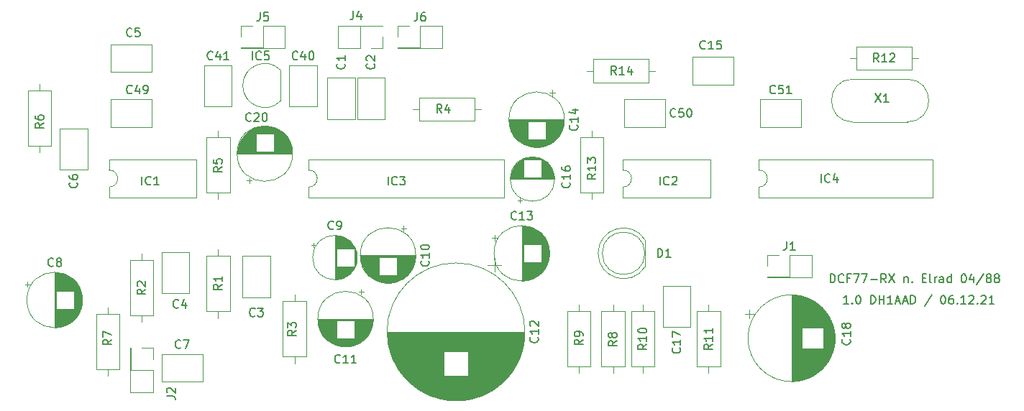
<source format=gto>
G04 #@! TF.GenerationSoftware,KiCad,Pcbnew,5.1.8-5.1.8*
G04 #@! TF.CreationDate,2021-12-06T17:42:23+01:00*
G04 #@! TF.ProjectId,Dcf77_Elrad,44636637-375f-4456-9c72-61642e6b6963,1.0*
G04 #@! TF.SameCoordinates,Original*
G04 #@! TF.FileFunction,Legend,Top*
G04 #@! TF.FilePolarity,Positive*
%FSLAX46Y46*%
G04 Gerber Fmt 4.6, Leading zero omitted, Abs format (unit mm)*
G04 Created by KiCad (PCBNEW 5.1.8-5.1.8) date 2021-12-06 17:42:23*
%MOMM*%
%LPD*%
G01*
G04 APERTURE LIST*
%ADD10C,0.150000*%
%ADD11C,0.120000*%
%ADD12O,1.700000X1.700000*%
%ADD13R,1.700000X1.700000*%
%ADD14O,1.600000X1.600000*%
%ADD15C,1.600000*%
%ADD16R,1.500000X1.050000*%
%ADD17O,1.500000X1.050000*%
%ADD18O,1.600000X2.400000*%
%ADD19R,1.600000X2.400000*%
%ADD20C,1.400000*%
%ADD21R,1.600000X1.600000*%
%ADD22C,2.400000*%
%ADD23R,2.400000X2.400000*%
%ADD24C,2.000000*%
%ADD25R,2.000000X2.000000*%
%ADD26C,3.200000*%
%ADD27C,1.800000*%
%ADD28R,1.800000X1.800000*%
%ADD29C,1.500000*%
G04 APERTURE END LIST*
D10*
X189138285Y-114444380D02*
X188566857Y-114444380D01*
X188852571Y-114444380D02*
X188852571Y-113444380D01*
X188757333Y-113587238D01*
X188662095Y-113682476D01*
X188566857Y-113730095D01*
X189566857Y-114349142D02*
X189614476Y-114396761D01*
X189566857Y-114444380D01*
X189519238Y-114396761D01*
X189566857Y-114349142D01*
X189566857Y-114444380D01*
X190233523Y-113444380D02*
X190328761Y-113444380D01*
X190424000Y-113492000D01*
X190471619Y-113539619D01*
X190519238Y-113634857D01*
X190566857Y-113825333D01*
X190566857Y-114063428D01*
X190519238Y-114253904D01*
X190471619Y-114349142D01*
X190424000Y-114396761D01*
X190328761Y-114444380D01*
X190233523Y-114444380D01*
X190138285Y-114396761D01*
X190090666Y-114349142D01*
X190043047Y-114253904D01*
X189995428Y-114063428D01*
X189995428Y-113825333D01*
X190043047Y-113634857D01*
X190090666Y-113539619D01*
X190138285Y-113492000D01*
X190233523Y-113444380D01*
X191757333Y-114444380D02*
X191757333Y-113444380D01*
X191995428Y-113444380D01*
X192138285Y-113492000D01*
X192233523Y-113587238D01*
X192281142Y-113682476D01*
X192328761Y-113872952D01*
X192328761Y-114015809D01*
X192281142Y-114206285D01*
X192233523Y-114301523D01*
X192138285Y-114396761D01*
X191995428Y-114444380D01*
X191757333Y-114444380D01*
X192757333Y-114444380D02*
X192757333Y-113444380D01*
X192757333Y-113920571D02*
X193328761Y-113920571D01*
X193328761Y-114444380D02*
X193328761Y-113444380D01*
X194328761Y-114444380D02*
X193757333Y-114444380D01*
X194043047Y-114444380D02*
X194043047Y-113444380D01*
X193947809Y-113587238D01*
X193852571Y-113682476D01*
X193757333Y-113730095D01*
X194709714Y-114158666D02*
X195185904Y-114158666D01*
X194614476Y-114444380D02*
X194947809Y-113444380D01*
X195281142Y-114444380D01*
X195566857Y-114158666D02*
X196043047Y-114158666D01*
X195471619Y-114444380D02*
X195804952Y-113444380D01*
X196138285Y-114444380D01*
X196471619Y-114444380D02*
X196471619Y-113444380D01*
X196709714Y-113444380D01*
X196852571Y-113492000D01*
X196947809Y-113587238D01*
X196995428Y-113682476D01*
X197043047Y-113872952D01*
X197043047Y-114015809D01*
X196995428Y-114206285D01*
X196947809Y-114301523D01*
X196852571Y-114396761D01*
X196709714Y-114444380D01*
X196471619Y-114444380D01*
X198947809Y-113396761D02*
X198090666Y-114682476D01*
X200233523Y-113444380D02*
X200328761Y-113444380D01*
X200424000Y-113492000D01*
X200471619Y-113539619D01*
X200519238Y-113634857D01*
X200566857Y-113825333D01*
X200566857Y-114063428D01*
X200519238Y-114253904D01*
X200471619Y-114349142D01*
X200424000Y-114396761D01*
X200328761Y-114444380D01*
X200233523Y-114444380D01*
X200138285Y-114396761D01*
X200090666Y-114349142D01*
X200043047Y-114253904D01*
X199995428Y-114063428D01*
X199995428Y-113825333D01*
X200043047Y-113634857D01*
X200090666Y-113539619D01*
X200138285Y-113492000D01*
X200233523Y-113444380D01*
X201424000Y-113444380D02*
X201233523Y-113444380D01*
X201138285Y-113492000D01*
X201090666Y-113539619D01*
X200995428Y-113682476D01*
X200947809Y-113872952D01*
X200947809Y-114253904D01*
X200995428Y-114349142D01*
X201043047Y-114396761D01*
X201138285Y-114444380D01*
X201328761Y-114444380D01*
X201424000Y-114396761D01*
X201471619Y-114349142D01*
X201519238Y-114253904D01*
X201519238Y-114015809D01*
X201471619Y-113920571D01*
X201424000Y-113872952D01*
X201328761Y-113825333D01*
X201138285Y-113825333D01*
X201043047Y-113872952D01*
X200995428Y-113920571D01*
X200947809Y-114015809D01*
X201947809Y-114349142D02*
X201995428Y-114396761D01*
X201947809Y-114444380D01*
X201900190Y-114396761D01*
X201947809Y-114349142D01*
X201947809Y-114444380D01*
X202947809Y-114444380D02*
X202376380Y-114444380D01*
X202662095Y-114444380D02*
X202662095Y-113444380D01*
X202566857Y-113587238D01*
X202471619Y-113682476D01*
X202376380Y-113730095D01*
X203328761Y-113539619D02*
X203376380Y-113492000D01*
X203471619Y-113444380D01*
X203709714Y-113444380D01*
X203804952Y-113492000D01*
X203852571Y-113539619D01*
X203900190Y-113634857D01*
X203900190Y-113730095D01*
X203852571Y-113872952D01*
X203281142Y-114444380D01*
X203900190Y-114444380D01*
X204328761Y-114349142D02*
X204376380Y-114396761D01*
X204328761Y-114444380D01*
X204281142Y-114396761D01*
X204328761Y-114349142D01*
X204328761Y-114444380D01*
X204757333Y-113539619D02*
X204804952Y-113492000D01*
X204900190Y-113444380D01*
X205138285Y-113444380D01*
X205233523Y-113492000D01*
X205281142Y-113539619D01*
X205328761Y-113634857D01*
X205328761Y-113730095D01*
X205281142Y-113872952D01*
X204709714Y-114444380D01*
X205328761Y-114444380D01*
X206281142Y-114444380D02*
X205709714Y-114444380D01*
X205995428Y-114444380D02*
X205995428Y-113444380D01*
X205900190Y-113587238D01*
X205804952Y-113682476D01*
X205709714Y-113730095D01*
X186995428Y-111944380D02*
X186995428Y-110944380D01*
X187233523Y-110944380D01*
X187376380Y-110992000D01*
X187471619Y-111087238D01*
X187519238Y-111182476D01*
X187566857Y-111372952D01*
X187566857Y-111515809D01*
X187519238Y-111706285D01*
X187471619Y-111801523D01*
X187376380Y-111896761D01*
X187233523Y-111944380D01*
X186995428Y-111944380D01*
X188566857Y-111849142D02*
X188519238Y-111896761D01*
X188376380Y-111944380D01*
X188281142Y-111944380D01*
X188138285Y-111896761D01*
X188043047Y-111801523D01*
X187995428Y-111706285D01*
X187947809Y-111515809D01*
X187947809Y-111372952D01*
X187995428Y-111182476D01*
X188043047Y-111087238D01*
X188138285Y-110992000D01*
X188281142Y-110944380D01*
X188376380Y-110944380D01*
X188519238Y-110992000D01*
X188566857Y-111039619D01*
X189328761Y-111420571D02*
X188995428Y-111420571D01*
X188995428Y-111944380D02*
X188995428Y-110944380D01*
X189471619Y-110944380D01*
X189757333Y-110944380D02*
X190424000Y-110944380D01*
X189995428Y-111944380D01*
X190709714Y-110944380D02*
X191376380Y-110944380D01*
X190947809Y-111944380D01*
X191757333Y-111563428D02*
X192519238Y-111563428D01*
X193566857Y-111944380D02*
X193233523Y-111468190D01*
X192995428Y-111944380D02*
X192995428Y-110944380D01*
X193376380Y-110944380D01*
X193471619Y-110992000D01*
X193519238Y-111039619D01*
X193566857Y-111134857D01*
X193566857Y-111277714D01*
X193519238Y-111372952D01*
X193471619Y-111420571D01*
X193376380Y-111468190D01*
X192995428Y-111468190D01*
X193900190Y-110944380D02*
X194566857Y-111944380D01*
X194566857Y-110944380D02*
X193900190Y-111944380D01*
X195709714Y-111277714D02*
X195709714Y-111944380D01*
X195709714Y-111372952D02*
X195757333Y-111325333D01*
X195852571Y-111277714D01*
X195995428Y-111277714D01*
X196090666Y-111325333D01*
X196138285Y-111420571D01*
X196138285Y-111944380D01*
X196614476Y-111849142D02*
X196662095Y-111896761D01*
X196614476Y-111944380D01*
X196566857Y-111896761D01*
X196614476Y-111849142D01*
X196614476Y-111944380D01*
X197852571Y-111420571D02*
X198185904Y-111420571D01*
X198328761Y-111944380D02*
X197852571Y-111944380D01*
X197852571Y-110944380D01*
X198328761Y-110944380D01*
X198900190Y-111944380D02*
X198804952Y-111896761D01*
X198757333Y-111801523D01*
X198757333Y-110944380D01*
X199281142Y-111944380D02*
X199281142Y-111277714D01*
X199281142Y-111468190D02*
X199328761Y-111372952D01*
X199376380Y-111325333D01*
X199471619Y-111277714D01*
X199566857Y-111277714D01*
X200328761Y-111944380D02*
X200328761Y-111420571D01*
X200281142Y-111325333D01*
X200185904Y-111277714D01*
X199995428Y-111277714D01*
X199900190Y-111325333D01*
X200328761Y-111896761D02*
X200233523Y-111944380D01*
X199995428Y-111944380D01*
X199900190Y-111896761D01*
X199852571Y-111801523D01*
X199852571Y-111706285D01*
X199900190Y-111611047D01*
X199995428Y-111563428D01*
X200233523Y-111563428D01*
X200328761Y-111515809D01*
X201233523Y-111944380D02*
X201233523Y-110944380D01*
X201233523Y-111896761D02*
X201138285Y-111944380D01*
X200947809Y-111944380D01*
X200852571Y-111896761D01*
X200804952Y-111849142D01*
X200757333Y-111753904D01*
X200757333Y-111468190D01*
X200804952Y-111372952D01*
X200852571Y-111325333D01*
X200947809Y-111277714D01*
X201138285Y-111277714D01*
X201233523Y-111325333D01*
X202662095Y-110944380D02*
X202757333Y-110944380D01*
X202852571Y-110992000D01*
X202900190Y-111039619D01*
X202947809Y-111134857D01*
X202995428Y-111325333D01*
X202995428Y-111563428D01*
X202947809Y-111753904D01*
X202900190Y-111849142D01*
X202852571Y-111896761D01*
X202757333Y-111944380D01*
X202662095Y-111944380D01*
X202566857Y-111896761D01*
X202519238Y-111849142D01*
X202471619Y-111753904D01*
X202424000Y-111563428D01*
X202424000Y-111325333D01*
X202471619Y-111134857D01*
X202519238Y-111039619D01*
X202566857Y-110992000D01*
X202662095Y-110944380D01*
X203852571Y-111277714D02*
X203852571Y-111944380D01*
X203614476Y-110896761D02*
X203376380Y-111611047D01*
X203995428Y-111611047D01*
X205090666Y-110896761D02*
X204233523Y-112182476D01*
X205566857Y-111372952D02*
X205471619Y-111325333D01*
X205424000Y-111277714D01*
X205376380Y-111182476D01*
X205376380Y-111134857D01*
X205424000Y-111039619D01*
X205471619Y-110992000D01*
X205566857Y-110944380D01*
X205757333Y-110944380D01*
X205852571Y-110992000D01*
X205900190Y-111039619D01*
X205947809Y-111134857D01*
X205947809Y-111182476D01*
X205900190Y-111277714D01*
X205852571Y-111325333D01*
X205757333Y-111372952D01*
X205566857Y-111372952D01*
X205471619Y-111420571D01*
X205424000Y-111468190D01*
X205376380Y-111563428D01*
X205376380Y-111753904D01*
X205424000Y-111849142D01*
X205471619Y-111896761D01*
X205566857Y-111944380D01*
X205757333Y-111944380D01*
X205852571Y-111896761D01*
X205900190Y-111849142D01*
X205947809Y-111753904D01*
X205947809Y-111563428D01*
X205900190Y-111468190D01*
X205852571Y-111420571D01*
X205757333Y-111372952D01*
X206519238Y-111372952D02*
X206424000Y-111325333D01*
X206376380Y-111277714D01*
X206328761Y-111182476D01*
X206328761Y-111134857D01*
X206376380Y-111039619D01*
X206424000Y-110992000D01*
X206519238Y-110944380D01*
X206709714Y-110944380D01*
X206804952Y-110992000D01*
X206852571Y-111039619D01*
X206900190Y-111134857D01*
X206900190Y-111182476D01*
X206852571Y-111277714D01*
X206804952Y-111325333D01*
X206709714Y-111372952D01*
X206519238Y-111372952D01*
X206424000Y-111420571D01*
X206376380Y-111468190D01*
X206328761Y-111563428D01*
X206328761Y-111753904D01*
X206376380Y-111849142D01*
X206424000Y-111896761D01*
X206519238Y-111944380D01*
X206709714Y-111944380D01*
X206804952Y-111896761D01*
X206852571Y-111849142D01*
X206900190Y-111753904D01*
X206900190Y-111563428D01*
X206852571Y-111468190D01*
X206804952Y-111420571D01*
X206709714Y-111372952D01*
D11*
X136094000Y-81662000D02*
X137424000Y-81662000D01*
X136094000Y-82992000D02*
X136094000Y-81662000D01*
X138694000Y-81662000D02*
X141294000Y-81662000D01*
X138694000Y-84262000D02*
X138694000Y-81662000D01*
X136094000Y-84262000D02*
X138694000Y-84262000D01*
X141294000Y-81662000D02*
X141294000Y-84322000D01*
X136094000Y-84262000D02*
X136094000Y-84322000D01*
X136094000Y-84322000D02*
X141294000Y-84322000D01*
X117594000Y-81662000D02*
X118924000Y-81662000D01*
X117594000Y-82992000D02*
X117594000Y-81662000D01*
X120194000Y-81662000D02*
X122794000Y-81662000D01*
X120194000Y-84262000D02*
X120194000Y-81662000D01*
X117594000Y-84262000D02*
X120194000Y-84262000D01*
X122794000Y-81662000D02*
X122794000Y-84322000D01*
X117594000Y-84262000D02*
X117594000Y-84322000D01*
X117594000Y-84322000D02*
X122794000Y-84322000D01*
X134254000Y-84322000D02*
X132924000Y-84322000D01*
X134254000Y-82992000D02*
X134254000Y-84322000D01*
X131654000Y-84322000D02*
X129054000Y-84322000D01*
X131654000Y-81722000D02*
X131654000Y-84322000D01*
X134254000Y-81722000D02*
X131654000Y-81722000D01*
X129054000Y-84322000D02*
X129054000Y-81662000D01*
X134254000Y-81722000D02*
X134254000Y-81662000D01*
X134254000Y-81662000D02*
X129054000Y-81662000D01*
X107254000Y-119662000D02*
X107254000Y-120992000D01*
X105924000Y-119662000D02*
X107254000Y-119662000D01*
X107254000Y-122262000D02*
X107254000Y-124862000D01*
X104654000Y-122262000D02*
X107254000Y-122262000D01*
X104654000Y-119662000D02*
X104654000Y-122262000D01*
X107254000Y-124862000D02*
X104594000Y-124862000D01*
X104654000Y-119662000D02*
X104594000Y-119662000D01*
X104594000Y-119662000D02*
X104594000Y-124862000D01*
X179594000Y-108662000D02*
X180924000Y-108662000D01*
X179594000Y-109992000D02*
X179594000Y-108662000D01*
X182194000Y-108662000D02*
X184794000Y-108662000D01*
X182194000Y-111262000D02*
X182194000Y-108662000D01*
X179594000Y-111262000D02*
X182194000Y-111262000D01*
X184794000Y-108662000D02*
X184794000Y-111322000D01*
X179594000Y-111262000D02*
X179594000Y-111322000D01*
X179594000Y-111322000D02*
X184794000Y-111322000D01*
X101924000Y-114872000D02*
X101924000Y-115642000D01*
X101924000Y-122952000D02*
X101924000Y-122182000D01*
X100554000Y-115642000D02*
X100554000Y-122182000D01*
X103294000Y-115642000D02*
X100554000Y-115642000D01*
X103294000Y-122182000D02*
X103294000Y-115642000D01*
X100554000Y-122182000D02*
X103294000Y-122182000D01*
X93924000Y-96612000D02*
X93924000Y-95842000D01*
X93924000Y-88532000D02*
X93924000Y-89302000D01*
X95294000Y-95842000D02*
X95294000Y-89302000D01*
X92554000Y-95842000D02*
X95294000Y-95842000D01*
X92554000Y-89302000D02*
X92554000Y-95842000D01*
X95294000Y-89302000D02*
X92554000Y-89302000D01*
X114924000Y-94032000D02*
X114924000Y-94802000D01*
X114924000Y-102112000D02*
X114924000Y-101342000D01*
X113554000Y-94802000D02*
X113554000Y-101342000D01*
X116294000Y-94802000D02*
X113554000Y-94802000D01*
X116294000Y-101342000D02*
X116294000Y-94802000D01*
X113554000Y-101342000D02*
X116294000Y-101342000D01*
X105924000Y-116612000D02*
X105924000Y-115842000D01*
X105924000Y-108532000D02*
X105924000Y-109302000D01*
X107294000Y-115842000D02*
X107294000Y-109302000D01*
X104554000Y-115842000D02*
X107294000Y-115842000D01*
X104554000Y-109302000D02*
X104554000Y-115842000D01*
X107294000Y-109302000D02*
X104554000Y-109302000D01*
X114924000Y-116112000D02*
X114924000Y-115342000D01*
X114924000Y-108032000D02*
X114924000Y-108802000D01*
X116294000Y-115342000D02*
X116294000Y-108802000D01*
X113554000Y-115342000D02*
X116294000Y-115342000D01*
X113554000Y-108802000D02*
X113554000Y-115342000D01*
X116294000Y-108802000D02*
X113554000Y-108802000D01*
X122274000Y-90522000D02*
X122274000Y-86922000D01*
X122262478Y-86883522D02*
G75*
G03*
X117824000Y-88722000I-1838478J-1838478D01*
G01*
X122262478Y-90560478D02*
G75*
G02*
X117824000Y-88722000I-1838478J1838478D01*
G01*
X102094000Y-97432000D02*
X102094000Y-98682000D01*
X112374000Y-97432000D02*
X102094000Y-97432000D01*
X112374000Y-101932000D02*
X112374000Y-97432000D01*
X102094000Y-101932000D02*
X112374000Y-101932000D01*
X102094000Y-100682000D02*
X102094000Y-101932000D01*
X102094000Y-98682000D02*
G75*
G02*
X102094000Y-100682000I0J-1000000D01*
G01*
X107094000Y-90372000D02*
X107094000Y-93612000D01*
X102254000Y-90372000D02*
X102254000Y-93612000D01*
X102254000Y-93612000D02*
X107094000Y-93612000D01*
X102254000Y-90372000D02*
X107094000Y-90372000D01*
X116544000Y-91162000D02*
X113304000Y-91162000D01*
X116544000Y-86322000D02*
X113304000Y-86322000D01*
X113304000Y-86322000D02*
X113304000Y-91162000D01*
X116544000Y-86322000D02*
X116544000Y-91162000D01*
X123304000Y-86322000D02*
X126544000Y-86322000D01*
X123304000Y-91162000D02*
X126544000Y-91162000D01*
X126544000Y-91162000D02*
X126544000Y-86322000D01*
X123304000Y-91162000D02*
X123304000Y-86322000D01*
X92488759Y-111838000D02*
X92488759Y-112468000D01*
X92173759Y-112153000D02*
X92803759Y-112153000D01*
X98915000Y-113590000D02*
X98915000Y-114394000D01*
X98875000Y-113359000D02*
X98875000Y-114625000D01*
X98835000Y-113190000D02*
X98835000Y-114794000D01*
X98795000Y-113052000D02*
X98795000Y-114932000D01*
X98755000Y-112933000D02*
X98755000Y-115051000D01*
X98715000Y-112827000D02*
X98715000Y-115157000D01*
X98675000Y-112730000D02*
X98675000Y-115254000D01*
X98635000Y-112642000D02*
X98635000Y-115342000D01*
X98595000Y-112560000D02*
X98595000Y-115424000D01*
X98555000Y-112483000D02*
X98555000Y-115501000D01*
X98515000Y-112411000D02*
X98515000Y-115573000D01*
X98475000Y-112342000D02*
X98475000Y-115642000D01*
X98435000Y-112278000D02*
X98435000Y-115706000D01*
X98395000Y-112216000D02*
X98395000Y-115768000D01*
X98355000Y-112158000D02*
X98355000Y-115826000D01*
X98315000Y-112102000D02*
X98315000Y-115882000D01*
X98275000Y-112048000D02*
X98275000Y-115936000D01*
X98235000Y-111997000D02*
X98235000Y-115987000D01*
X98195000Y-111948000D02*
X98195000Y-116036000D01*
X98155000Y-111900000D02*
X98155000Y-116084000D01*
X98115000Y-111855000D02*
X98115000Y-116129000D01*
X98075000Y-111810000D02*
X98075000Y-116174000D01*
X98035000Y-111768000D02*
X98035000Y-116216000D01*
X97995000Y-111727000D02*
X97995000Y-116257000D01*
X97955000Y-115032000D02*
X97955000Y-116297000D01*
X97955000Y-111687000D02*
X97955000Y-112952000D01*
X97915000Y-115032000D02*
X97915000Y-116335000D01*
X97915000Y-111649000D02*
X97915000Y-112952000D01*
X97875000Y-115032000D02*
X97875000Y-116372000D01*
X97875000Y-111612000D02*
X97875000Y-112952000D01*
X97835000Y-115032000D02*
X97835000Y-116408000D01*
X97835000Y-111576000D02*
X97835000Y-112952000D01*
X97795000Y-115032000D02*
X97795000Y-116442000D01*
X97795000Y-111542000D02*
X97795000Y-112952000D01*
X97755000Y-115032000D02*
X97755000Y-116476000D01*
X97755000Y-111508000D02*
X97755000Y-112952000D01*
X97715000Y-115032000D02*
X97715000Y-116508000D01*
X97715000Y-111476000D02*
X97715000Y-112952000D01*
X97675000Y-115032000D02*
X97675000Y-116540000D01*
X97675000Y-111444000D02*
X97675000Y-112952000D01*
X97635000Y-115032000D02*
X97635000Y-116570000D01*
X97635000Y-111414000D02*
X97635000Y-112952000D01*
X97595000Y-115032000D02*
X97595000Y-116599000D01*
X97595000Y-111385000D02*
X97595000Y-112952000D01*
X97555000Y-115032000D02*
X97555000Y-116628000D01*
X97555000Y-111356000D02*
X97555000Y-112952000D01*
X97515000Y-115032000D02*
X97515000Y-116656000D01*
X97515000Y-111328000D02*
X97515000Y-112952000D01*
X97475000Y-115032000D02*
X97475000Y-116682000D01*
X97475000Y-111302000D02*
X97475000Y-112952000D01*
X97435000Y-115032000D02*
X97435000Y-116708000D01*
X97435000Y-111276000D02*
X97435000Y-112952000D01*
X97395000Y-115032000D02*
X97395000Y-116734000D01*
X97395000Y-111250000D02*
X97395000Y-112952000D01*
X97355000Y-115032000D02*
X97355000Y-116758000D01*
X97355000Y-111226000D02*
X97355000Y-112952000D01*
X97315000Y-115032000D02*
X97315000Y-116782000D01*
X97315000Y-111202000D02*
X97315000Y-112952000D01*
X97275000Y-115032000D02*
X97275000Y-116804000D01*
X97275000Y-111180000D02*
X97275000Y-112952000D01*
X97235000Y-115032000D02*
X97235000Y-116826000D01*
X97235000Y-111158000D02*
X97235000Y-112952000D01*
X97195000Y-115032000D02*
X97195000Y-116848000D01*
X97195000Y-111136000D02*
X97195000Y-112952000D01*
X97155000Y-115032000D02*
X97155000Y-116868000D01*
X97155000Y-111116000D02*
X97155000Y-112952000D01*
X97115000Y-115032000D02*
X97115000Y-116888000D01*
X97115000Y-111096000D02*
X97115000Y-112952000D01*
X97075000Y-115032000D02*
X97075000Y-116908000D01*
X97075000Y-111076000D02*
X97075000Y-112952000D01*
X97035000Y-115032000D02*
X97035000Y-116926000D01*
X97035000Y-111058000D02*
X97035000Y-112952000D01*
X96995000Y-115032000D02*
X96995000Y-116944000D01*
X96995000Y-111040000D02*
X96995000Y-112952000D01*
X96955000Y-115032000D02*
X96955000Y-116962000D01*
X96955000Y-111022000D02*
X96955000Y-112952000D01*
X96915000Y-115032000D02*
X96915000Y-116978000D01*
X96915000Y-111006000D02*
X96915000Y-112952000D01*
X96875000Y-115032000D02*
X96875000Y-116994000D01*
X96875000Y-110990000D02*
X96875000Y-112952000D01*
X96835000Y-115032000D02*
X96835000Y-117010000D01*
X96835000Y-110974000D02*
X96835000Y-112952000D01*
X96795000Y-115032000D02*
X96795000Y-117025000D01*
X96795000Y-110959000D02*
X96795000Y-112952000D01*
X96755000Y-115032000D02*
X96755000Y-117039000D01*
X96755000Y-110945000D02*
X96755000Y-112952000D01*
X96715000Y-115032000D02*
X96715000Y-117053000D01*
X96715000Y-110931000D02*
X96715000Y-112952000D01*
X96675000Y-115032000D02*
X96675000Y-117066000D01*
X96675000Y-110918000D02*
X96675000Y-112952000D01*
X96635000Y-115032000D02*
X96635000Y-117078000D01*
X96635000Y-110906000D02*
X96635000Y-112952000D01*
X96595000Y-115032000D02*
X96595000Y-117090000D01*
X96595000Y-110894000D02*
X96595000Y-112952000D01*
X96555000Y-115032000D02*
X96555000Y-117102000D01*
X96555000Y-110882000D02*
X96555000Y-112952000D01*
X96515000Y-115032000D02*
X96515000Y-117113000D01*
X96515000Y-110871000D02*
X96515000Y-112952000D01*
X96475000Y-115032000D02*
X96475000Y-117123000D01*
X96475000Y-110861000D02*
X96475000Y-112952000D01*
X96435000Y-115032000D02*
X96435000Y-117133000D01*
X96435000Y-110851000D02*
X96435000Y-112952000D01*
X96395000Y-115032000D02*
X96395000Y-117142000D01*
X96395000Y-110842000D02*
X96395000Y-112952000D01*
X96354000Y-115032000D02*
X96354000Y-117151000D01*
X96354000Y-110833000D02*
X96354000Y-112952000D01*
X96314000Y-115032000D02*
X96314000Y-117159000D01*
X96314000Y-110825000D02*
X96314000Y-112952000D01*
X96274000Y-115032000D02*
X96274000Y-117167000D01*
X96274000Y-110817000D02*
X96274000Y-112952000D01*
X96234000Y-115032000D02*
X96234000Y-117174000D01*
X96234000Y-110810000D02*
X96234000Y-112952000D01*
X96194000Y-115032000D02*
X96194000Y-117181000D01*
X96194000Y-110803000D02*
X96194000Y-112952000D01*
X96154000Y-115032000D02*
X96154000Y-117187000D01*
X96154000Y-110797000D02*
X96154000Y-112952000D01*
X96114000Y-115032000D02*
X96114000Y-117193000D01*
X96114000Y-110791000D02*
X96114000Y-112952000D01*
X96074000Y-115032000D02*
X96074000Y-117198000D01*
X96074000Y-110786000D02*
X96074000Y-112952000D01*
X96034000Y-115032000D02*
X96034000Y-117203000D01*
X96034000Y-110781000D02*
X96034000Y-112952000D01*
X95994000Y-115032000D02*
X95994000Y-117207000D01*
X95994000Y-110777000D02*
X95994000Y-112952000D01*
X95954000Y-115032000D02*
X95954000Y-117210000D01*
X95954000Y-110774000D02*
X95954000Y-112952000D01*
X95914000Y-115032000D02*
X95914000Y-117214000D01*
X95914000Y-110770000D02*
X95914000Y-112952000D01*
X95874000Y-110768000D02*
X95874000Y-117216000D01*
X95834000Y-110765000D02*
X95834000Y-117219000D01*
X95794000Y-110764000D02*
X95794000Y-117220000D01*
X95754000Y-110762000D02*
X95754000Y-117222000D01*
X95714000Y-110762000D02*
X95714000Y-117222000D01*
X95674000Y-110762000D02*
X95674000Y-117222000D01*
X98944000Y-113992000D02*
G75*
G03*
X98944000Y-113992000I-3270000J0D01*
G01*
X113094000Y-120372000D02*
X113094000Y-123612000D01*
X108254000Y-120372000D02*
X108254000Y-123612000D01*
X108254000Y-123612000D02*
X113094000Y-123612000D01*
X108254000Y-120372000D02*
X113094000Y-120372000D01*
X99544000Y-98662000D02*
X96304000Y-98662000D01*
X99544000Y-93822000D02*
X96304000Y-93822000D01*
X96304000Y-93822000D02*
X96304000Y-98662000D01*
X99544000Y-93822000D02*
X99544000Y-98662000D01*
X102254000Y-87112000D02*
X102254000Y-83872000D01*
X107094000Y-87112000D02*
X107094000Y-83872000D01*
X107094000Y-83872000D02*
X102254000Y-83872000D01*
X107094000Y-87112000D02*
X102254000Y-87112000D01*
X108304000Y-108322000D02*
X111544000Y-108322000D01*
X108304000Y-113162000D02*
X111544000Y-113162000D01*
X111544000Y-113162000D02*
X111544000Y-108322000D01*
X108304000Y-113162000D02*
X108304000Y-108322000D01*
X121044000Y-113662000D02*
X117804000Y-113662000D01*
X121044000Y-108822000D02*
X117804000Y-108822000D01*
X117804000Y-108822000D02*
X117804000Y-113662000D01*
X121044000Y-108822000D02*
X121044000Y-113662000D01*
X131304000Y-87822000D02*
X134544000Y-87822000D01*
X131304000Y-92662000D02*
X134544000Y-92662000D01*
X134544000Y-92662000D02*
X134544000Y-87822000D01*
X131304000Y-92662000D02*
X131304000Y-87822000D01*
X127804000Y-87822000D02*
X131044000Y-87822000D01*
X127804000Y-92662000D02*
X131044000Y-92662000D01*
X131044000Y-92662000D02*
X131044000Y-87822000D01*
X127804000Y-92662000D02*
X127804000Y-87822000D01*
X123924000Y-113372000D02*
X123924000Y-114142000D01*
X123924000Y-121452000D02*
X123924000Y-120682000D01*
X122554000Y-114142000D02*
X122554000Y-120682000D01*
X125294000Y-114142000D02*
X122554000Y-114142000D01*
X125294000Y-120682000D02*
X125294000Y-114142000D01*
X122554000Y-120682000D02*
X125294000Y-120682000D01*
X147488759Y-106338000D02*
X147488759Y-106968000D01*
X147173759Y-106653000D02*
X147803759Y-106653000D01*
X153915000Y-108090000D02*
X153915000Y-108894000D01*
X153875000Y-107859000D02*
X153875000Y-109125000D01*
X153835000Y-107690000D02*
X153835000Y-109294000D01*
X153795000Y-107552000D02*
X153795000Y-109432000D01*
X153755000Y-107433000D02*
X153755000Y-109551000D01*
X153715000Y-107327000D02*
X153715000Y-109657000D01*
X153675000Y-107230000D02*
X153675000Y-109754000D01*
X153635000Y-107142000D02*
X153635000Y-109842000D01*
X153595000Y-107060000D02*
X153595000Y-109924000D01*
X153555000Y-106983000D02*
X153555000Y-110001000D01*
X153515000Y-106911000D02*
X153515000Y-110073000D01*
X153475000Y-106842000D02*
X153475000Y-110142000D01*
X153435000Y-106778000D02*
X153435000Y-110206000D01*
X153395000Y-106716000D02*
X153395000Y-110268000D01*
X153355000Y-106658000D02*
X153355000Y-110326000D01*
X153315000Y-106602000D02*
X153315000Y-110382000D01*
X153275000Y-106548000D02*
X153275000Y-110436000D01*
X153235000Y-106497000D02*
X153235000Y-110487000D01*
X153195000Y-106448000D02*
X153195000Y-110536000D01*
X153155000Y-106400000D02*
X153155000Y-110584000D01*
X153115000Y-106355000D02*
X153115000Y-110629000D01*
X153075000Y-106310000D02*
X153075000Y-110674000D01*
X153035000Y-106268000D02*
X153035000Y-110716000D01*
X152995000Y-106227000D02*
X152995000Y-110757000D01*
X152955000Y-109532000D02*
X152955000Y-110797000D01*
X152955000Y-106187000D02*
X152955000Y-107452000D01*
X152915000Y-109532000D02*
X152915000Y-110835000D01*
X152915000Y-106149000D02*
X152915000Y-107452000D01*
X152875000Y-109532000D02*
X152875000Y-110872000D01*
X152875000Y-106112000D02*
X152875000Y-107452000D01*
X152835000Y-109532000D02*
X152835000Y-110908000D01*
X152835000Y-106076000D02*
X152835000Y-107452000D01*
X152795000Y-109532000D02*
X152795000Y-110942000D01*
X152795000Y-106042000D02*
X152795000Y-107452000D01*
X152755000Y-109532000D02*
X152755000Y-110976000D01*
X152755000Y-106008000D02*
X152755000Y-107452000D01*
X152715000Y-109532000D02*
X152715000Y-111008000D01*
X152715000Y-105976000D02*
X152715000Y-107452000D01*
X152675000Y-109532000D02*
X152675000Y-111040000D01*
X152675000Y-105944000D02*
X152675000Y-107452000D01*
X152635000Y-109532000D02*
X152635000Y-111070000D01*
X152635000Y-105914000D02*
X152635000Y-107452000D01*
X152595000Y-109532000D02*
X152595000Y-111099000D01*
X152595000Y-105885000D02*
X152595000Y-107452000D01*
X152555000Y-109532000D02*
X152555000Y-111128000D01*
X152555000Y-105856000D02*
X152555000Y-107452000D01*
X152515000Y-109532000D02*
X152515000Y-111156000D01*
X152515000Y-105828000D02*
X152515000Y-107452000D01*
X152475000Y-109532000D02*
X152475000Y-111182000D01*
X152475000Y-105802000D02*
X152475000Y-107452000D01*
X152435000Y-109532000D02*
X152435000Y-111208000D01*
X152435000Y-105776000D02*
X152435000Y-107452000D01*
X152395000Y-109532000D02*
X152395000Y-111234000D01*
X152395000Y-105750000D02*
X152395000Y-107452000D01*
X152355000Y-109532000D02*
X152355000Y-111258000D01*
X152355000Y-105726000D02*
X152355000Y-107452000D01*
X152315000Y-109532000D02*
X152315000Y-111282000D01*
X152315000Y-105702000D02*
X152315000Y-107452000D01*
X152275000Y-109532000D02*
X152275000Y-111304000D01*
X152275000Y-105680000D02*
X152275000Y-107452000D01*
X152235000Y-109532000D02*
X152235000Y-111326000D01*
X152235000Y-105658000D02*
X152235000Y-107452000D01*
X152195000Y-109532000D02*
X152195000Y-111348000D01*
X152195000Y-105636000D02*
X152195000Y-107452000D01*
X152155000Y-109532000D02*
X152155000Y-111368000D01*
X152155000Y-105616000D02*
X152155000Y-107452000D01*
X152115000Y-109532000D02*
X152115000Y-111388000D01*
X152115000Y-105596000D02*
X152115000Y-107452000D01*
X152075000Y-109532000D02*
X152075000Y-111408000D01*
X152075000Y-105576000D02*
X152075000Y-107452000D01*
X152035000Y-109532000D02*
X152035000Y-111426000D01*
X152035000Y-105558000D02*
X152035000Y-107452000D01*
X151995000Y-109532000D02*
X151995000Y-111444000D01*
X151995000Y-105540000D02*
X151995000Y-107452000D01*
X151955000Y-109532000D02*
X151955000Y-111462000D01*
X151955000Y-105522000D02*
X151955000Y-107452000D01*
X151915000Y-109532000D02*
X151915000Y-111478000D01*
X151915000Y-105506000D02*
X151915000Y-107452000D01*
X151875000Y-109532000D02*
X151875000Y-111494000D01*
X151875000Y-105490000D02*
X151875000Y-107452000D01*
X151835000Y-109532000D02*
X151835000Y-111510000D01*
X151835000Y-105474000D02*
X151835000Y-107452000D01*
X151795000Y-109532000D02*
X151795000Y-111525000D01*
X151795000Y-105459000D02*
X151795000Y-107452000D01*
X151755000Y-109532000D02*
X151755000Y-111539000D01*
X151755000Y-105445000D02*
X151755000Y-107452000D01*
X151715000Y-109532000D02*
X151715000Y-111553000D01*
X151715000Y-105431000D02*
X151715000Y-107452000D01*
X151675000Y-109532000D02*
X151675000Y-111566000D01*
X151675000Y-105418000D02*
X151675000Y-107452000D01*
X151635000Y-109532000D02*
X151635000Y-111578000D01*
X151635000Y-105406000D02*
X151635000Y-107452000D01*
X151595000Y-109532000D02*
X151595000Y-111590000D01*
X151595000Y-105394000D02*
X151595000Y-107452000D01*
X151555000Y-109532000D02*
X151555000Y-111602000D01*
X151555000Y-105382000D02*
X151555000Y-107452000D01*
X151515000Y-109532000D02*
X151515000Y-111613000D01*
X151515000Y-105371000D02*
X151515000Y-107452000D01*
X151475000Y-109532000D02*
X151475000Y-111623000D01*
X151475000Y-105361000D02*
X151475000Y-107452000D01*
X151435000Y-109532000D02*
X151435000Y-111633000D01*
X151435000Y-105351000D02*
X151435000Y-107452000D01*
X151395000Y-109532000D02*
X151395000Y-111642000D01*
X151395000Y-105342000D02*
X151395000Y-107452000D01*
X151354000Y-109532000D02*
X151354000Y-111651000D01*
X151354000Y-105333000D02*
X151354000Y-107452000D01*
X151314000Y-109532000D02*
X151314000Y-111659000D01*
X151314000Y-105325000D02*
X151314000Y-107452000D01*
X151274000Y-109532000D02*
X151274000Y-111667000D01*
X151274000Y-105317000D02*
X151274000Y-107452000D01*
X151234000Y-109532000D02*
X151234000Y-111674000D01*
X151234000Y-105310000D02*
X151234000Y-107452000D01*
X151194000Y-109532000D02*
X151194000Y-111681000D01*
X151194000Y-105303000D02*
X151194000Y-107452000D01*
X151154000Y-109532000D02*
X151154000Y-111687000D01*
X151154000Y-105297000D02*
X151154000Y-107452000D01*
X151114000Y-109532000D02*
X151114000Y-111693000D01*
X151114000Y-105291000D02*
X151114000Y-107452000D01*
X151074000Y-109532000D02*
X151074000Y-111698000D01*
X151074000Y-105286000D02*
X151074000Y-107452000D01*
X151034000Y-109532000D02*
X151034000Y-111703000D01*
X151034000Y-105281000D02*
X151034000Y-107452000D01*
X150994000Y-109532000D02*
X150994000Y-111707000D01*
X150994000Y-105277000D02*
X150994000Y-107452000D01*
X150954000Y-109532000D02*
X150954000Y-111710000D01*
X150954000Y-105274000D02*
X150954000Y-107452000D01*
X150914000Y-109532000D02*
X150914000Y-111714000D01*
X150914000Y-105270000D02*
X150914000Y-107452000D01*
X150874000Y-105268000D02*
X150874000Y-111716000D01*
X150834000Y-105265000D02*
X150834000Y-111719000D01*
X150794000Y-105264000D02*
X150794000Y-111720000D01*
X150754000Y-105262000D02*
X150754000Y-111722000D01*
X150714000Y-105262000D02*
X150714000Y-111722000D01*
X150674000Y-105262000D02*
X150674000Y-111722000D01*
X153944000Y-108492000D02*
G75*
G03*
X153944000Y-108492000I-3270000J0D01*
G01*
X148279000Y-109852509D02*
X146679000Y-109852509D01*
X147479000Y-109052509D02*
X147479000Y-110652509D01*
X143689000Y-125823000D02*
X142159000Y-125823000D01*
X144022000Y-125783000D02*
X141826000Y-125783000D01*
X144275000Y-125743000D02*
X141573000Y-125743000D01*
X144488000Y-125703000D02*
X141360000Y-125703000D01*
X144676000Y-125663000D02*
X141172000Y-125663000D01*
X144844000Y-125623000D02*
X141004000Y-125623000D01*
X144998000Y-125583000D02*
X140850000Y-125583000D01*
X145142000Y-125543000D02*
X140706000Y-125543000D01*
X145275000Y-125503000D02*
X140573000Y-125503000D01*
X145402000Y-125463000D02*
X140446000Y-125463000D01*
X145521000Y-125423000D02*
X140327000Y-125423000D01*
X145635000Y-125383000D02*
X140213000Y-125383000D01*
X145744000Y-125343000D02*
X140104000Y-125343000D01*
X145848000Y-125303000D02*
X140000000Y-125303000D01*
X145948000Y-125263000D02*
X139900000Y-125263000D01*
X146044000Y-125223000D02*
X139804000Y-125223000D01*
X146137000Y-125183000D02*
X139711000Y-125183000D01*
X146227000Y-125143000D02*
X139621000Y-125143000D01*
X146314000Y-125103000D02*
X139534000Y-125103000D01*
X146399000Y-125063000D02*
X139449000Y-125063000D01*
X146481000Y-125023000D02*
X139367000Y-125023000D01*
X146561000Y-124983000D02*
X139287000Y-124983000D01*
X146639000Y-124943000D02*
X139209000Y-124943000D01*
X146714000Y-124903000D02*
X139134000Y-124903000D01*
X146788000Y-124863000D02*
X139060000Y-124863000D01*
X146860000Y-124823000D02*
X138988000Y-124823000D01*
X146931000Y-124783000D02*
X138917000Y-124783000D01*
X147000000Y-124743000D02*
X138848000Y-124743000D01*
X147067000Y-124703000D02*
X138781000Y-124703000D01*
X147133000Y-124663000D02*
X138715000Y-124663000D01*
X147197000Y-124623000D02*
X138651000Y-124623000D01*
X147260000Y-124583000D02*
X138588000Y-124583000D01*
X147322000Y-124543000D02*
X138526000Y-124543000D01*
X147383000Y-124503000D02*
X138465000Y-124503000D01*
X147443000Y-124463000D02*
X138405000Y-124463000D01*
X147501000Y-124423000D02*
X138347000Y-124423000D01*
X147558000Y-124383000D02*
X138290000Y-124383000D01*
X147615000Y-124343000D02*
X138233000Y-124343000D01*
X147670000Y-124303000D02*
X138178000Y-124303000D01*
X147724000Y-124263000D02*
X138124000Y-124263000D01*
X147778000Y-124223000D02*
X138070000Y-124223000D01*
X147830000Y-124183000D02*
X138018000Y-124183000D01*
X147882000Y-124143000D02*
X137966000Y-124143000D01*
X147933000Y-124103000D02*
X137915000Y-124103000D01*
X147983000Y-124063000D02*
X137865000Y-124063000D01*
X148032000Y-124023000D02*
X137816000Y-124023000D01*
X148080000Y-123983000D02*
X137768000Y-123983000D01*
X148128000Y-123943000D02*
X137720000Y-123943000D01*
X148175000Y-123903000D02*
X137673000Y-123903000D01*
X148221000Y-123863000D02*
X137627000Y-123863000D01*
X148267000Y-123823000D02*
X137581000Y-123823000D01*
X148312000Y-123783000D02*
X137536000Y-123783000D01*
X148356000Y-123743000D02*
X137492000Y-123743000D01*
X148399000Y-123703000D02*
X137449000Y-123703000D01*
X148442000Y-123663000D02*
X137406000Y-123663000D01*
X148484000Y-123623000D02*
X137364000Y-123623000D01*
X148526000Y-123583000D02*
X137322000Y-123583000D01*
X148567000Y-123543000D02*
X137281000Y-123543000D01*
X148608000Y-123503000D02*
X137240000Y-123503000D01*
X148648000Y-123463000D02*
X137200000Y-123463000D01*
X148687000Y-123423000D02*
X137161000Y-123423000D01*
X148726000Y-123383000D02*
X137122000Y-123383000D01*
X148764000Y-123343000D02*
X137084000Y-123343000D01*
X148802000Y-123303000D02*
X137046000Y-123303000D01*
X148840000Y-123263000D02*
X137008000Y-123263000D01*
X148876000Y-123223000D02*
X136972000Y-123223000D01*
X148913000Y-123183000D02*
X136935000Y-123183000D01*
X148949000Y-123143000D02*
X136899000Y-123143000D01*
X148984000Y-123103000D02*
X136864000Y-123103000D01*
X149019000Y-123063000D02*
X136829000Y-123063000D01*
X149053000Y-123023000D02*
X136795000Y-123023000D01*
X149087000Y-122983000D02*
X136761000Y-122983000D01*
X149121000Y-122943000D02*
X136727000Y-122943000D01*
X141484000Y-122903000D02*
X136694000Y-122903000D01*
X149154000Y-122903000D02*
X144364000Y-122903000D01*
X141484000Y-122863000D02*
X136661000Y-122863000D01*
X149187000Y-122863000D02*
X144364000Y-122863000D01*
X141484000Y-122823000D02*
X136629000Y-122823000D01*
X149219000Y-122823000D02*
X144364000Y-122823000D01*
X141484000Y-122783000D02*
X136597000Y-122783000D01*
X149251000Y-122783000D02*
X144364000Y-122783000D01*
X141484000Y-122743000D02*
X136566000Y-122743000D01*
X149282000Y-122743000D02*
X144364000Y-122743000D01*
X141484000Y-122703000D02*
X136534000Y-122703000D01*
X149314000Y-122703000D02*
X144364000Y-122703000D01*
X141484000Y-122663000D02*
X136504000Y-122663000D01*
X149344000Y-122663000D02*
X144364000Y-122663000D01*
X141484000Y-122623000D02*
X136474000Y-122623000D01*
X149374000Y-122623000D02*
X144364000Y-122623000D01*
X141484000Y-122583000D02*
X136444000Y-122583000D01*
X149404000Y-122583000D02*
X144364000Y-122583000D01*
X141484000Y-122543000D02*
X136414000Y-122543000D01*
X149434000Y-122543000D02*
X144364000Y-122543000D01*
X141484000Y-122503000D02*
X136385000Y-122503000D01*
X149463000Y-122503000D02*
X144364000Y-122503000D01*
X141484000Y-122463000D02*
X136356000Y-122463000D01*
X149492000Y-122463000D02*
X144364000Y-122463000D01*
X141484000Y-122423000D02*
X136328000Y-122423000D01*
X149520000Y-122423000D02*
X144364000Y-122423000D01*
X141484000Y-122383000D02*
X136300000Y-122383000D01*
X149548000Y-122383000D02*
X144364000Y-122383000D01*
X141484000Y-122343000D02*
X136272000Y-122343000D01*
X149576000Y-122343000D02*
X144364000Y-122343000D01*
X141484000Y-122303000D02*
X136245000Y-122303000D01*
X149603000Y-122303000D02*
X144364000Y-122303000D01*
X141484000Y-122263000D02*
X136218000Y-122263000D01*
X149630000Y-122263000D02*
X144364000Y-122263000D01*
X141484000Y-122223000D02*
X136191000Y-122223000D01*
X149657000Y-122223000D02*
X144364000Y-122223000D01*
X141484000Y-122183000D02*
X136165000Y-122183000D01*
X149683000Y-122183000D02*
X144364000Y-122183000D01*
X141484000Y-122143000D02*
X136139000Y-122143000D01*
X149709000Y-122143000D02*
X144364000Y-122143000D01*
X141484000Y-122103000D02*
X136113000Y-122103000D01*
X149735000Y-122103000D02*
X144364000Y-122103000D01*
X141484000Y-122063000D02*
X136088000Y-122063000D01*
X149760000Y-122063000D02*
X144364000Y-122063000D01*
X141484000Y-122023000D02*
X136063000Y-122023000D01*
X149785000Y-122023000D02*
X144364000Y-122023000D01*
X141484000Y-121983000D02*
X136038000Y-121983000D01*
X149810000Y-121983000D02*
X144364000Y-121983000D01*
X141484000Y-121943000D02*
X136014000Y-121943000D01*
X149834000Y-121943000D02*
X144364000Y-121943000D01*
X141484000Y-121903000D02*
X135990000Y-121903000D01*
X149858000Y-121903000D02*
X144364000Y-121903000D01*
X141484000Y-121863000D02*
X135966000Y-121863000D01*
X149882000Y-121863000D02*
X144364000Y-121863000D01*
X141484000Y-121823000D02*
X135943000Y-121823000D01*
X149905000Y-121823000D02*
X144364000Y-121823000D01*
X141484000Y-121783000D02*
X135920000Y-121783000D01*
X149928000Y-121783000D02*
X144364000Y-121783000D01*
X141484000Y-121743000D02*
X135897000Y-121743000D01*
X149951000Y-121743000D02*
X144364000Y-121743000D01*
X141484000Y-121703000D02*
X135875000Y-121703000D01*
X149973000Y-121703000D02*
X144364000Y-121703000D01*
X141484000Y-121663000D02*
X135852000Y-121663000D01*
X149996000Y-121663000D02*
X144364000Y-121663000D01*
X141484000Y-121623000D02*
X135830000Y-121623000D01*
X150018000Y-121623000D02*
X144364000Y-121623000D01*
X141484000Y-121583000D02*
X135809000Y-121583000D01*
X150039000Y-121583000D02*
X144364000Y-121583000D01*
X141484000Y-121543000D02*
X135788000Y-121543000D01*
X150060000Y-121543000D02*
X144364000Y-121543000D01*
X141484000Y-121503000D02*
X135767000Y-121503000D01*
X150081000Y-121503000D02*
X144364000Y-121503000D01*
X141484000Y-121463000D02*
X135746000Y-121463000D01*
X150102000Y-121463000D02*
X144364000Y-121463000D01*
X141484000Y-121423000D02*
X135725000Y-121423000D01*
X150123000Y-121423000D02*
X144364000Y-121423000D01*
X141484000Y-121383000D02*
X135705000Y-121383000D01*
X150143000Y-121383000D02*
X144364000Y-121383000D01*
X141484000Y-121343000D02*
X135685000Y-121343000D01*
X150163000Y-121343000D02*
X144364000Y-121343000D01*
X141484000Y-121303000D02*
X135666000Y-121303000D01*
X150182000Y-121303000D02*
X144364000Y-121303000D01*
X141484000Y-121263000D02*
X135646000Y-121263000D01*
X150202000Y-121263000D02*
X144364000Y-121263000D01*
X141484000Y-121223000D02*
X135627000Y-121223000D01*
X150221000Y-121223000D02*
X144364000Y-121223000D01*
X141484000Y-121183000D02*
X135608000Y-121183000D01*
X150240000Y-121183000D02*
X144364000Y-121183000D01*
X141484000Y-121143000D02*
X135590000Y-121143000D01*
X150258000Y-121143000D02*
X144364000Y-121143000D01*
X141484000Y-121103000D02*
X135571000Y-121103000D01*
X150277000Y-121103000D02*
X144364000Y-121103000D01*
X141484000Y-121063000D02*
X135553000Y-121063000D01*
X150295000Y-121063000D02*
X144364000Y-121063000D01*
X141484000Y-121023000D02*
X135535000Y-121023000D01*
X150313000Y-121023000D02*
X144364000Y-121023000D01*
X141484000Y-120983000D02*
X135518000Y-120983000D01*
X150330000Y-120983000D02*
X144364000Y-120983000D01*
X141484000Y-120943000D02*
X135501000Y-120943000D01*
X150347000Y-120943000D02*
X144364000Y-120943000D01*
X141484000Y-120903000D02*
X135484000Y-120903000D01*
X150364000Y-120903000D02*
X144364000Y-120903000D01*
X141484000Y-120863000D02*
X135467000Y-120863000D01*
X150381000Y-120863000D02*
X144364000Y-120863000D01*
X141484000Y-120823000D02*
X135450000Y-120823000D01*
X150398000Y-120823000D02*
X144364000Y-120823000D01*
X141484000Y-120783000D02*
X135434000Y-120783000D01*
X150414000Y-120783000D02*
X144364000Y-120783000D01*
X141484000Y-120743000D02*
X135418000Y-120743000D01*
X150430000Y-120743000D02*
X144364000Y-120743000D01*
X141484000Y-120703000D02*
X135402000Y-120703000D01*
X150446000Y-120703000D02*
X144364000Y-120703000D01*
X141484000Y-120663000D02*
X135387000Y-120663000D01*
X150461000Y-120663000D02*
X144364000Y-120663000D01*
X141484000Y-120623000D02*
X135371000Y-120623000D01*
X150477000Y-120623000D02*
X144364000Y-120623000D01*
X141484000Y-120583000D02*
X135356000Y-120583000D01*
X150492000Y-120583000D02*
X144364000Y-120583000D01*
X141484000Y-120543000D02*
X135342000Y-120543000D01*
X150506000Y-120543000D02*
X144364000Y-120543000D01*
X141484000Y-120503000D02*
X135327000Y-120503000D01*
X150521000Y-120503000D02*
X144364000Y-120503000D01*
X141484000Y-120463000D02*
X135313000Y-120463000D01*
X150535000Y-120463000D02*
X144364000Y-120463000D01*
X141484000Y-120423000D02*
X135299000Y-120423000D01*
X150549000Y-120423000D02*
X144364000Y-120423000D01*
X141484000Y-120383000D02*
X135285000Y-120383000D01*
X150563000Y-120383000D02*
X144364000Y-120383000D01*
X141484000Y-120343000D02*
X135271000Y-120343000D01*
X150577000Y-120343000D02*
X144364000Y-120343000D01*
X141484000Y-120303000D02*
X135258000Y-120303000D01*
X150590000Y-120303000D02*
X144364000Y-120303000D01*
X141484000Y-120263000D02*
X135244000Y-120263000D01*
X150604000Y-120263000D02*
X144364000Y-120263000D01*
X141484000Y-120223000D02*
X135231000Y-120223000D01*
X150617000Y-120223000D02*
X144364000Y-120223000D01*
X141484000Y-120183000D02*
X135219000Y-120183000D01*
X150629000Y-120183000D02*
X144364000Y-120183000D01*
X141484000Y-120143000D02*
X135206000Y-120143000D01*
X150642000Y-120143000D02*
X144364000Y-120143000D01*
X141484000Y-120103000D02*
X135194000Y-120103000D01*
X150654000Y-120103000D02*
X144364000Y-120103000D01*
X141484000Y-120063000D02*
X135182000Y-120063000D01*
X150666000Y-120063000D02*
X144364000Y-120063000D01*
X150678000Y-120023000D02*
X135170000Y-120023000D01*
X150689000Y-119983000D02*
X135159000Y-119983000D01*
X150701000Y-119943000D02*
X135147000Y-119943000D01*
X150712000Y-119903000D02*
X135136000Y-119903000D01*
X150723000Y-119863000D02*
X135125000Y-119863000D01*
X150734000Y-119823000D02*
X135114000Y-119823000D01*
X150744000Y-119783000D02*
X135104000Y-119783000D01*
X150754000Y-119743000D02*
X135094000Y-119743000D01*
X150764000Y-119703000D02*
X135084000Y-119703000D01*
X150774000Y-119663000D02*
X135074000Y-119663000D01*
X150784000Y-119623000D02*
X135064000Y-119623000D01*
X150793000Y-119583000D02*
X135055000Y-119583000D01*
X150802000Y-119543000D02*
X135046000Y-119543000D01*
X150811000Y-119503000D02*
X135037000Y-119503000D01*
X150820000Y-119463000D02*
X135028000Y-119463000D01*
X150829000Y-119423000D02*
X135019000Y-119423000D01*
X150837000Y-119383000D02*
X135011000Y-119383000D01*
X150845000Y-119343000D02*
X135003000Y-119343000D01*
X150853000Y-119303000D02*
X134995000Y-119303000D01*
X150861000Y-119263000D02*
X134987000Y-119263000D01*
X150868000Y-119223000D02*
X134980000Y-119223000D01*
X150876000Y-119183000D02*
X134972000Y-119183000D01*
X150883000Y-119143000D02*
X134965000Y-119143000D01*
X150890000Y-119103000D02*
X134958000Y-119103000D01*
X150896000Y-119063000D02*
X134952000Y-119063000D01*
X150903000Y-119023000D02*
X134945000Y-119023000D01*
X150909000Y-118983000D02*
X134939000Y-118983000D01*
X150915000Y-118943000D02*
X134933000Y-118943000D01*
X150921000Y-118903000D02*
X134927000Y-118903000D01*
X150927000Y-118863000D02*
X134921000Y-118863000D01*
X150932000Y-118823000D02*
X134916000Y-118823000D01*
X150938000Y-118783000D02*
X134910000Y-118783000D01*
X150943000Y-118743000D02*
X134905000Y-118743000D01*
X150948000Y-118703000D02*
X134900000Y-118703000D01*
X150952000Y-118663000D02*
X134896000Y-118663000D01*
X150957000Y-118623000D02*
X134891000Y-118623000D01*
X150961000Y-118583000D02*
X134887000Y-118583000D01*
X150965000Y-118543000D02*
X134883000Y-118543000D01*
X150969000Y-118503000D02*
X134879000Y-118503000D01*
X150973000Y-118463000D02*
X134875000Y-118463000D01*
X150976000Y-118422000D02*
X134872000Y-118422000D01*
X150979000Y-118382000D02*
X134869000Y-118382000D01*
X150982000Y-118342000D02*
X134866000Y-118342000D01*
X150985000Y-118302000D02*
X134863000Y-118302000D01*
X150988000Y-118262000D02*
X134860000Y-118262000D01*
X150990000Y-118222000D02*
X134858000Y-118222000D01*
X150993000Y-118182000D02*
X134855000Y-118182000D01*
X150995000Y-118142000D02*
X134853000Y-118142000D01*
X150997000Y-118102000D02*
X134851000Y-118102000D01*
X150998000Y-118062000D02*
X134850000Y-118062000D01*
X151000000Y-118022000D02*
X134848000Y-118022000D01*
X151001000Y-117982000D02*
X134847000Y-117982000D01*
X151002000Y-117942000D02*
X134846000Y-117942000D01*
X151003000Y-117902000D02*
X134845000Y-117902000D01*
X151004000Y-117862000D02*
X134844000Y-117862000D01*
X151004000Y-117822000D02*
X134844000Y-117822000D01*
X151004000Y-117782000D02*
X134844000Y-117782000D01*
X151005000Y-117742000D02*
X134843000Y-117742000D01*
X151044000Y-117742000D02*
G75*
G03*
X151044000Y-117742000I-8120000J0D01*
G01*
X132078000Y-113056759D02*
X131448000Y-113056759D01*
X131763000Y-112741759D02*
X131763000Y-113371759D01*
X130326000Y-119483000D02*
X129522000Y-119483000D01*
X130557000Y-119443000D02*
X129291000Y-119443000D01*
X130726000Y-119403000D02*
X129122000Y-119403000D01*
X130864000Y-119363000D02*
X128984000Y-119363000D01*
X130983000Y-119323000D02*
X128865000Y-119323000D01*
X131089000Y-119283000D02*
X128759000Y-119283000D01*
X131186000Y-119243000D02*
X128662000Y-119243000D01*
X131274000Y-119203000D02*
X128574000Y-119203000D01*
X131356000Y-119163000D02*
X128492000Y-119163000D01*
X131433000Y-119123000D02*
X128415000Y-119123000D01*
X131505000Y-119083000D02*
X128343000Y-119083000D01*
X131574000Y-119043000D02*
X128274000Y-119043000D01*
X131638000Y-119003000D02*
X128210000Y-119003000D01*
X131700000Y-118963000D02*
X128148000Y-118963000D01*
X131758000Y-118923000D02*
X128090000Y-118923000D01*
X131814000Y-118883000D02*
X128034000Y-118883000D01*
X131868000Y-118843000D02*
X127980000Y-118843000D01*
X131919000Y-118803000D02*
X127929000Y-118803000D01*
X131968000Y-118763000D02*
X127880000Y-118763000D01*
X132016000Y-118723000D02*
X127832000Y-118723000D01*
X132061000Y-118683000D02*
X127787000Y-118683000D01*
X132106000Y-118643000D02*
X127742000Y-118643000D01*
X132148000Y-118603000D02*
X127700000Y-118603000D01*
X132189000Y-118563000D02*
X127659000Y-118563000D01*
X128884000Y-118523000D02*
X127619000Y-118523000D01*
X132229000Y-118523000D02*
X130964000Y-118523000D01*
X128884000Y-118483000D02*
X127581000Y-118483000D01*
X132267000Y-118483000D02*
X130964000Y-118483000D01*
X128884000Y-118443000D02*
X127544000Y-118443000D01*
X132304000Y-118443000D02*
X130964000Y-118443000D01*
X128884000Y-118403000D02*
X127508000Y-118403000D01*
X132340000Y-118403000D02*
X130964000Y-118403000D01*
X128884000Y-118363000D02*
X127474000Y-118363000D01*
X132374000Y-118363000D02*
X130964000Y-118363000D01*
X128884000Y-118323000D02*
X127440000Y-118323000D01*
X132408000Y-118323000D02*
X130964000Y-118323000D01*
X128884000Y-118283000D02*
X127408000Y-118283000D01*
X132440000Y-118283000D02*
X130964000Y-118283000D01*
X128884000Y-118243000D02*
X127376000Y-118243000D01*
X132472000Y-118243000D02*
X130964000Y-118243000D01*
X128884000Y-118203000D02*
X127346000Y-118203000D01*
X132502000Y-118203000D02*
X130964000Y-118203000D01*
X128884000Y-118163000D02*
X127317000Y-118163000D01*
X132531000Y-118163000D02*
X130964000Y-118163000D01*
X128884000Y-118123000D02*
X127288000Y-118123000D01*
X132560000Y-118123000D02*
X130964000Y-118123000D01*
X128884000Y-118083000D02*
X127260000Y-118083000D01*
X132588000Y-118083000D02*
X130964000Y-118083000D01*
X128884000Y-118043000D02*
X127234000Y-118043000D01*
X132614000Y-118043000D02*
X130964000Y-118043000D01*
X128884000Y-118003000D02*
X127208000Y-118003000D01*
X132640000Y-118003000D02*
X130964000Y-118003000D01*
X128884000Y-117963000D02*
X127182000Y-117963000D01*
X132666000Y-117963000D02*
X130964000Y-117963000D01*
X128884000Y-117923000D02*
X127158000Y-117923000D01*
X132690000Y-117923000D02*
X130964000Y-117923000D01*
X128884000Y-117883000D02*
X127134000Y-117883000D01*
X132714000Y-117883000D02*
X130964000Y-117883000D01*
X128884000Y-117843000D02*
X127112000Y-117843000D01*
X132736000Y-117843000D02*
X130964000Y-117843000D01*
X128884000Y-117803000D02*
X127090000Y-117803000D01*
X132758000Y-117803000D02*
X130964000Y-117803000D01*
X128884000Y-117763000D02*
X127068000Y-117763000D01*
X132780000Y-117763000D02*
X130964000Y-117763000D01*
X128884000Y-117723000D02*
X127048000Y-117723000D01*
X132800000Y-117723000D02*
X130964000Y-117723000D01*
X128884000Y-117683000D02*
X127028000Y-117683000D01*
X132820000Y-117683000D02*
X130964000Y-117683000D01*
X128884000Y-117643000D02*
X127008000Y-117643000D01*
X132840000Y-117643000D02*
X130964000Y-117643000D01*
X128884000Y-117603000D02*
X126990000Y-117603000D01*
X132858000Y-117603000D02*
X130964000Y-117603000D01*
X128884000Y-117563000D02*
X126972000Y-117563000D01*
X132876000Y-117563000D02*
X130964000Y-117563000D01*
X128884000Y-117523000D02*
X126954000Y-117523000D01*
X132894000Y-117523000D02*
X130964000Y-117523000D01*
X128884000Y-117483000D02*
X126938000Y-117483000D01*
X132910000Y-117483000D02*
X130964000Y-117483000D01*
X128884000Y-117443000D02*
X126922000Y-117443000D01*
X132926000Y-117443000D02*
X130964000Y-117443000D01*
X128884000Y-117403000D02*
X126906000Y-117403000D01*
X132942000Y-117403000D02*
X130964000Y-117403000D01*
X128884000Y-117363000D02*
X126891000Y-117363000D01*
X132957000Y-117363000D02*
X130964000Y-117363000D01*
X128884000Y-117323000D02*
X126877000Y-117323000D01*
X132971000Y-117323000D02*
X130964000Y-117323000D01*
X128884000Y-117283000D02*
X126863000Y-117283000D01*
X132985000Y-117283000D02*
X130964000Y-117283000D01*
X128884000Y-117243000D02*
X126850000Y-117243000D01*
X132998000Y-117243000D02*
X130964000Y-117243000D01*
X128884000Y-117203000D02*
X126838000Y-117203000D01*
X133010000Y-117203000D02*
X130964000Y-117203000D01*
X128884000Y-117163000D02*
X126826000Y-117163000D01*
X133022000Y-117163000D02*
X130964000Y-117163000D01*
X128884000Y-117123000D02*
X126814000Y-117123000D01*
X133034000Y-117123000D02*
X130964000Y-117123000D01*
X128884000Y-117083000D02*
X126803000Y-117083000D01*
X133045000Y-117083000D02*
X130964000Y-117083000D01*
X128884000Y-117043000D02*
X126793000Y-117043000D01*
X133055000Y-117043000D02*
X130964000Y-117043000D01*
X128884000Y-117003000D02*
X126783000Y-117003000D01*
X133065000Y-117003000D02*
X130964000Y-117003000D01*
X128884000Y-116963000D02*
X126774000Y-116963000D01*
X133074000Y-116963000D02*
X130964000Y-116963000D01*
X128884000Y-116922000D02*
X126765000Y-116922000D01*
X133083000Y-116922000D02*
X130964000Y-116922000D01*
X128884000Y-116882000D02*
X126757000Y-116882000D01*
X133091000Y-116882000D02*
X130964000Y-116882000D01*
X128884000Y-116842000D02*
X126749000Y-116842000D01*
X133099000Y-116842000D02*
X130964000Y-116842000D01*
X128884000Y-116802000D02*
X126742000Y-116802000D01*
X133106000Y-116802000D02*
X130964000Y-116802000D01*
X128884000Y-116762000D02*
X126735000Y-116762000D01*
X133113000Y-116762000D02*
X130964000Y-116762000D01*
X128884000Y-116722000D02*
X126729000Y-116722000D01*
X133119000Y-116722000D02*
X130964000Y-116722000D01*
X128884000Y-116682000D02*
X126723000Y-116682000D01*
X133125000Y-116682000D02*
X130964000Y-116682000D01*
X128884000Y-116642000D02*
X126718000Y-116642000D01*
X133130000Y-116642000D02*
X130964000Y-116642000D01*
X128884000Y-116602000D02*
X126713000Y-116602000D01*
X133135000Y-116602000D02*
X130964000Y-116602000D01*
X128884000Y-116562000D02*
X126709000Y-116562000D01*
X133139000Y-116562000D02*
X130964000Y-116562000D01*
X128884000Y-116522000D02*
X126706000Y-116522000D01*
X133142000Y-116522000D02*
X130964000Y-116522000D01*
X128884000Y-116482000D02*
X126702000Y-116482000D01*
X133146000Y-116482000D02*
X130964000Y-116482000D01*
X133148000Y-116442000D02*
X126700000Y-116442000D01*
X133151000Y-116402000D02*
X126697000Y-116402000D01*
X133152000Y-116362000D02*
X126696000Y-116362000D01*
X133154000Y-116322000D02*
X126694000Y-116322000D01*
X133154000Y-116282000D02*
X126694000Y-116282000D01*
X133154000Y-116242000D02*
X126694000Y-116242000D01*
X133194000Y-116242000D02*
G75*
G03*
X133194000Y-116242000I-3270000J0D01*
G01*
X137078000Y-105556759D02*
X136448000Y-105556759D01*
X136763000Y-105241759D02*
X136763000Y-105871759D01*
X135326000Y-111983000D02*
X134522000Y-111983000D01*
X135557000Y-111943000D02*
X134291000Y-111943000D01*
X135726000Y-111903000D02*
X134122000Y-111903000D01*
X135864000Y-111863000D02*
X133984000Y-111863000D01*
X135983000Y-111823000D02*
X133865000Y-111823000D01*
X136089000Y-111783000D02*
X133759000Y-111783000D01*
X136186000Y-111743000D02*
X133662000Y-111743000D01*
X136274000Y-111703000D02*
X133574000Y-111703000D01*
X136356000Y-111663000D02*
X133492000Y-111663000D01*
X136433000Y-111623000D02*
X133415000Y-111623000D01*
X136505000Y-111583000D02*
X133343000Y-111583000D01*
X136574000Y-111543000D02*
X133274000Y-111543000D01*
X136638000Y-111503000D02*
X133210000Y-111503000D01*
X136700000Y-111463000D02*
X133148000Y-111463000D01*
X136758000Y-111423000D02*
X133090000Y-111423000D01*
X136814000Y-111383000D02*
X133034000Y-111383000D01*
X136868000Y-111343000D02*
X132980000Y-111343000D01*
X136919000Y-111303000D02*
X132929000Y-111303000D01*
X136968000Y-111263000D02*
X132880000Y-111263000D01*
X137016000Y-111223000D02*
X132832000Y-111223000D01*
X137061000Y-111183000D02*
X132787000Y-111183000D01*
X137106000Y-111143000D02*
X132742000Y-111143000D01*
X137148000Y-111103000D02*
X132700000Y-111103000D01*
X137189000Y-111063000D02*
X132659000Y-111063000D01*
X133884000Y-111023000D02*
X132619000Y-111023000D01*
X137229000Y-111023000D02*
X135964000Y-111023000D01*
X133884000Y-110983000D02*
X132581000Y-110983000D01*
X137267000Y-110983000D02*
X135964000Y-110983000D01*
X133884000Y-110943000D02*
X132544000Y-110943000D01*
X137304000Y-110943000D02*
X135964000Y-110943000D01*
X133884000Y-110903000D02*
X132508000Y-110903000D01*
X137340000Y-110903000D02*
X135964000Y-110903000D01*
X133884000Y-110863000D02*
X132474000Y-110863000D01*
X137374000Y-110863000D02*
X135964000Y-110863000D01*
X133884000Y-110823000D02*
X132440000Y-110823000D01*
X137408000Y-110823000D02*
X135964000Y-110823000D01*
X133884000Y-110783000D02*
X132408000Y-110783000D01*
X137440000Y-110783000D02*
X135964000Y-110783000D01*
X133884000Y-110743000D02*
X132376000Y-110743000D01*
X137472000Y-110743000D02*
X135964000Y-110743000D01*
X133884000Y-110703000D02*
X132346000Y-110703000D01*
X137502000Y-110703000D02*
X135964000Y-110703000D01*
X133884000Y-110663000D02*
X132317000Y-110663000D01*
X137531000Y-110663000D02*
X135964000Y-110663000D01*
X133884000Y-110623000D02*
X132288000Y-110623000D01*
X137560000Y-110623000D02*
X135964000Y-110623000D01*
X133884000Y-110583000D02*
X132260000Y-110583000D01*
X137588000Y-110583000D02*
X135964000Y-110583000D01*
X133884000Y-110543000D02*
X132234000Y-110543000D01*
X137614000Y-110543000D02*
X135964000Y-110543000D01*
X133884000Y-110503000D02*
X132208000Y-110503000D01*
X137640000Y-110503000D02*
X135964000Y-110503000D01*
X133884000Y-110463000D02*
X132182000Y-110463000D01*
X137666000Y-110463000D02*
X135964000Y-110463000D01*
X133884000Y-110423000D02*
X132158000Y-110423000D01*
X137690000Y-110423000D02*
X135964000Y-110423000D01*
X133884000Y-110383000D02*
X132134000Y-110383000D01*
X137714000Y-110383000D02*
X135964000Y-110383000D01*
X133884000Y-110343000D02*
X132112000Y-110343000D01*
X137736000Y-110343000D02*
X135964000Y-110343000D01*
X133884000Y-110303000D02*
X132090000Y-110303000D01*
X137758000Y-110303000D02*
X135964000Y-110303000D01*
X133884000Y-110263000D02*
X132068000Y-110263000D01*
X137780000Y-110263000D02*
X135964000Y-110263000D01*
X133884000Y-110223000D02*
X132048000Y-110223000D01*
X137800000Y-110223000D02*
X135964000Y-110223000D01*
X133884000Y-110183000D02*
X132028000Y-110183000D01*
X137820000Y-110183000D02*
X135964000Y-110183000D01*
X133884000Y-110143000D02*
X132008000Y-110143000D01*
X137840000Y-110143000D02*
X135964000Y-110143000D01*
X133884000Y-110103000D02*
X131990000Y-110103000D01*
X137858000Y-110103000D02*
X135964000Y-110103000D01*
X133884000Y-110063000D02*
X131972000Y-110063000D01*
X137876000Y-110063000D02*
X135964000Y-110063000D01*
X133884000Y-110023000D02*
X131954000Y-110023000D01*
X137894000Y-110023000D02*
X135964000Y-110023000D01*
X133884000Y-109983000D02*
X131938000Y-109983000D01*
X137910000Y-109983000D02*
X135964000Y-109983000D01*
X133884000Y-109943000D02*
X131922000Y-109943000D01*
X137926000Y-109943000D02*
X135964000Y-109943000D01*
X133884000Y-109903000D02*
X131906000Y-109903000D01*
X137942000Y-109903000D02*
X135964000Y-109903000D01*
X133884000Y-109863000D02*
X131891000Y-109863000D01*
X137957000Y-109863000D02*
X135964000Y-109863000D01*
X133884000Y-109823000D02*
X131877000Y-109823000D01*
X137971000Y-109823000D02*
X135964000Y-109823000D01*
X133884000Y-109783000D02*
X131863000Y-109783000D01*
X137985000Y-109783000D02*
X135964000Y-109783000D01*
X133884000Y-109743000D02*
X131850000Y-109743000D01*
X137998000Y-109743000D02*
X135964000Y-109743000D01*
X133884000Y-109703000D02*
X131838000Y-109703000D01*
X138010000Y-109703000D02*
X135964000Y-109703000D01*
X133884000Y-109663000D02*
X131826000Y-109663000D01*
X138022000Y-109663000D02*
X135964000Y-109663000D01*
X133884000Y-109623000D02*
X131814000Y-109623000D01*
X138034000Y-109623000D02*
X135964000Y-109623000D01*
X133884000Y-109583000D02*
X131803000Y-109583000D01*
X138045000Y-109583000D02*
X135964000Y-109583000D01*
X133884000Y-109543000D02*
X131793000Y-109543000D01*
X138055000Y-109543000D02*
X135964000Y-109543000D01*
X133884000Y-109503000D02*
X131783000Y-109503000D01*
X138065000Y-109503000D02*
X135964000Y-109503000D01*
X133884000Y-109463000D02*
X131774000Y-109463000D01*
X138074000Y-109463000D02*
X135964000Y-109463000D01*
X133884000Y-109422000D02*
X131765000Y-109422000D01*
X138083000Y-109422000D02*
X135964000Y-109422000D01*
X133884000Y-109382000D02*
X131757000Y-109382000D01*
X138091000Y-109382000D02*
X135964000Y-109382000D01*
X133884000Y-109342000D02*
X131749000Y-109342000D01*
X138099000Y-109342000D02*
X135964000Y-109342000D01*
X133884000Y-109302000D02*
X131742000Y-109302000D01*
X138106000Y-109302000D02*
X135964000Y-109302000D01*
X133884000Y-109262000D02*
X131735000Y-109262000D01*
X138113000Y-109262000D02*
X135964000Y-109262000D01*
X133884000Y-109222000D02*
X131729000Y-109222000D01*
X138119000Y-109222000D02*
X135964000Y-109222000D01*
X133884000Y-109182000D02*
X131723000Y-109182000D01*
X138125000Y-109182000D02*
X135964000Y-109182000D01*
X133884000Y-109142000D02*
X131718000Y-109142000D01*
X138130000Y-109142000D02*
X135964000Y-109142000D01*
X133884000Y-109102000D02*
X131713000Y-109102000D01*
X138135000Y-109102000D02*
X135964000Y-109102000D01*
X133884000Y-109062000D02*
X131709000Y-109062000D01*
X138139000Y-109062000D02*
X135964000Y-109062000D01*
X133884000Y-109022000D02*
X131706000Y-109022000D01*
X138142000Y-109022000D02*
X135964000Y-109022000D01*
X133884000Y-108982000D02*
X131702000Y-108982000D01*
X138146000Y-108982000D02*
X135964000Y-108982000D01*
X138148000Y-108942000D02*
X131700000Y-108942000D01*
X138151000Y-108902000D02*
X131697000Y-108902000D01*
X138152000Y-108862000D02*
X131696000Y-108862000D01*
X138154000Y-108822000D02*
X131694000Y-108822000D01*
X138154000Y-108782000D02*
X131694000Y-108782000D01*
X138154000Y-108742000D02*
X131694000Y-108742000D01*
X138194000Y-108742000D02*
G75*
G03*
X138194000Y-108742000I-3270000J0D01*
G01*
X126119225Y-107267000D02*
X126119225Y-107767000D01*
X125869225Y-107517000D02*
X126369225Y-107517000D01*
X131275000Y-108708000D02*
X131275000Y-109276000D01*
X131235000Y-108474000D02*
X131235000Y-109510000D01*
X131195000Y-108315000D02*
X131195000Y-109669000D01*
X131155000Y-108187000D02*
X131155000Y-109797000D01*
X131115000Y-108077000D02*
X131115000Y-109907000D01*
X131075000Y-107981000D02*
X131075000Y-110003000D01*
X131035000Y-107894000D02*
X131035000Y-110090000D01*
X130995000Y-107814000D02*
X130995000Y-110170000D01*
X130955000Y-110032000D02*
X130955000Y-110243000D01*
X130955000Y-107741000D02*
X130955000Y-107952000D01*
X130915000Y-110032000D02*
X130915000Y-110311000D01*
X130915000Y-107673000D02*
X130915000Y-107952000D01*
X130875000Y-110032000D02*
X130875000Y-110375000D01*
X130875000Y-107609000D02*
X130875000Y-107952000D01*
X130835000Y-110032000D02*
X130835000Y-110435000D01*
X130835000Y-107549000D02*
X130835000Y-107952000D01*
X130795000Y-110032000D02*
X130795000Y-110492000D01*
X130795000Y-107492000D02*
X130795000Y-107952000D01*
X130755000Y-110032000D02*
X130755000Y-110546000D01*
X130755000Y-107438000D02*
X130755000Y-107952000D01*
X130715000Y-110032000D02*
X130715000Y-110597000D01*
X130715000Y-107387000D02*
X130715000Y-107952000D01*
X130675000Y-110032000D02*
X130675000Y-110645000D01*
X130675000Y-107339000D02*
X130675000Y-107952000D01*
X130635000Y-110032000D02*
X130635000Y-110691000D01*
X130635000Y-107293000D02*
X130635000Y-107952000D01*
X130595000Y-110032000D02*
X130595000Y-110735000D01*
X130595000Y-107249000D02*
X130595000Y-107952000D01*
X130555000Y-110032000D02*
X130555000Y-110777000D01*
X130555000Y-107207000D02*
X130555000Y-107952000D01*
X130515000Y-110032000D02*
X130515000Y-110818000D01*
X130515000Y-107166000D02*
X130515000Y-107952000D01*
X130475000Y-110032000D02*
X130475000Y-110856000D01*
X130475000Y-107128000D02*
X130475000Y-107952000D01*
X130435000Y-110032000D02*
X130435000Y-110893000D01*
X130435000Y-107091000D02*
X130435000Y-107952000D01*
X130395000Y-110032000D02*
X130395000Y-110929000D01*
X130395000Y-107055000D02*
X130395000Y-107952000D01*
X130355000Y-110032000D02*
X130355000Y-110963000D01*
X130355000Y-107021000D02*
X130355000Y-107952000D01*
X130315000Y-110032000D02*
X130315000Y-110996000D01*
X130315000Y-106988000D02*
X130315000Y-107952000D01*
X130275000Y-110032000D02*
X130275000Y-111027000D01*
X130275000Y-106957000D02*
X130275000Y-107952000D01*
X130235000Y-110032000D02*
X130235000Y-111057000D01*
X130235000Y-106927000D02*
X130235000Y-107952000D01*
X130195000Y-110032000D02*
X130195000Y-111087000D01*
X130195000Y-106897000D02*
X130195000Y-107952000D01*
X130155000Y-110032000D02*
X130155000Y-111114000D01*
X130155000Y-106870000D02*
X130155000Y-107952000D01*
X130115000Y-110032000D02*
X130115000Y-111141000D01*
X130115000Y-106843000D02*
X130115000Y-107952000D01*
X130075000Y-110032000D02*
X130075000Y-111167000D01*
X130075000Y-106817000D02*
X130075000Y-107952000D01*
X130035000Y-110032000D02*
X130035000Y-111192000D01*
X130035000Y-106792000D02*
X130035000Y-107952000D01*
X129995000Y-110032000D02*
X129995000Y-111216000D01*
X129995000Y-106768000D02*
X129995000Y-107952000D01*
X129955000Y-110032000D02*
X129955000Y-111239000D01*
X129955000Y-106745000D02*
X129955000Y-107952000D01*
X129915000Y-110032000D02*
X129915000Y-111260000D01*
X129915000Y-106724000D02*
X129915000Y-107952000D01*
X129875000Y-110032000D02*
X129875000Y-111282000D01*
X129875000Y-106702000D02*
X129875000Y-107952000D01*
X129835000Y-110032000D02*
X129835000Y-111302000D01*
X129835000Y-106682000D02*
X129835000Y-107952000D01*
X129795000Y-110032000D02*
X129795000Y-111321000D01*
X129795000Y-106663000D02*
X129795000Y-107952000D01*
X129755000Y-110032000D02*
X129755000Y-111340000D01*
X129755000Y-106644000D02*
X129755000Y-107952000D01*
X129715000Y-110032000D02*
X129715000Y-111357000D01*
X129715000Y-106627000D02*
X129715000Y-107952000D01*
X129675000Y-110032000D02*
X129675000Y-111374000D01*
X129675000Y-106610000D02*
X129675000Y-107952000D01*
X129635000Y-110032000D02*
X129635000Y-111390000D01*
X129635000Y-106594000D02*
X129635000Y-107952000D01*
X129595000Y-110032000D02*
X129595000Y-111406000D01*
X129595000Y-106578000D02*
X129595000Y-107952000D01*
X129555000Y-110032000D02*
X129555000Y-111420000D01*
X129555000Y-106564000D02*
X129555000Y-107952000D01*
X129515000Y-110032000D02*
X129515000Y-111434000D01*
X129515000Y-106550000D02*
X129515000Y-107952000D01*
X129475000Y-110032000D02*
X129475000Y-111447000D01*
X129475000Y-106537000D02*
X129475000Y-107952000D01*
X129435000Y-110032000D02*
X129435000Y-111460000D01*
X129435000Y-106524000D02*
X129435000Y-107952000D01*
X129395000Y-110032000D02*
X129395000Y-111472000D01*
X129395000Y-106512000D02*
X129395000Y-107952000D01*
X129354000Y-110032000D02*
X129354000Y-111483000D01*
X129354000Y-106501000D02*
X129354000Y-107952000D01*
X129314000Y-110032000D02*
X129314000Y-111493000D01*
X129314000Y-106491000D02*
X129314000Y-107952000D01*
X129274000Y-110032000D02*
X129274000Y-111503000D01*
X129274000Y-106481000D02*
X129274000Y-107952000D01*
X129234000Y-110032000D02*
X129234000Y-111512000D01*
X129234000Y-106472000D02*
X129234000Y-107952000D01*
X129194000Y-110032000D02*
X129194000Y-111520000D01*
X129194000Y-106464000D02*
X129194000Y-107952000D01*
X129154000Y-110032000D02*
X129154000Y-111528000D01*
X129154000Y-106456000D02*
X129154000Y-107952000D01*
X129114000Y-110032000D02*
X129114000Y-111535000D01*
X129114000Y-106449000D02*
X129114000Y-107952000D01*
X129074000Y-110032000D02*
X129074000Y-111542000D01*
X129074000Y-106442000D02*
X129074000Y-107952000D01*
X129034000Y-110032000D02*
X129034000Y-111548000D01*
X129034000Y-106436000D02*
X129034000Y-107952000D01*
X128994000Y-110032000D02*
X128994000Y-111553000D01*
X128994000Y-106431000D02*
X128994000Y-107952000D01*
X128954000Y-110032000D02*
X128954000Y-111557000D01*
X128954000Y-106427000D02*
X128954000Y-107952000D01*
X128914000Y-110032000D02*
X128914000Y-111561000D01*
X128914000Y-106423000D02*
X128914000Y-107952000D01*
X128874000Y-106419000D02*
X128874000Y-111565000D01*
X128834000Y-106416000D02*
X128834000Y-111568000D01*
X128794000Y-106414000D02*
X128794000Y-111570000D01*
X128754000Y-106413000D02*
X128754000Y-111571000D01*
X128714000Y-106412000D02*
X128714000Y-111572000D01*
X128674000Y-106412000D02*
X128674000Y-111572000D01*
X131294000Y-108992000D02*
G75*
G03*
X131294000Y-108992000I-2620000J0D01*
G01*
X172674000Y-122612000D02*
X172674000Y-121842000D01*
X172674000Y-114532000D02*
X172674000Y-115302000D01*
X174044000Y-121842000D02*
X174044000Y-115302000D01*
X171304000Y-121842000D02*
X174044000Y-121842000D01*
X171304000Y-115302000D02*
X171304000Y-121842000D01*
X174044000Y-115302000D02*
X171304000Y-115302000D01*
X161424000Y-122612000D02*
X161424000Y-121842000D01*
X161424000Y-114532000D02*
X161424000Y-115302000D01*
X162794000Y-121842000D02*
X162794000Y-115302000D01*
X160054000Y-121842000D02*
X162794000Y-121842000D01*
X160054000Y-115302000D02*
X160054000Y-121842000D01*
X162794000Y-115302000D02*
X160054000Y-115302000D01*
X157424000Y-122612000D02*
X157424000Y-121842000D01*
X157424000Y-114532000D02*
X157424000Y-115302000D01*
X158794000Y-121842000D02*
X158794000Y-115302000D01*
X156054000Y-121842000D02*
X158794000Y-121842000D01*
X156054000Y-115302000D02*
X156054000Y-121842000D01*
X158794000Y-115302000D02*
X156054000Y-115302000D01*
X177444354Y-115117000D02*
X177444354Y-116117000D01*
X176944354Y-115617000D02*
X177944354Y-115617000D01*
X187505000Y-117893000D02*
X187505000Y-119091000D01*
X187465000Y-117630000D02*
X187465000Y-119354000D01*
X187425000Y-117430000D02*
X187425000Y-119554000D01*
X187385000Y-117262000D02*
X187385000Y-119722000D01*
X187345000Y-117114000D02*
X187345000Y-119870000D01*
X187305000Y-116982000D02*
X187305000Y-120002000D01*
X187265000Y-116862000D02*
X187265000Y-120122000D01*
X187225000Y-116750000D02*
X187225000Y-120234000D01*
X187185000Y-116646000D02*
X187185000Y-120338000D01*
X187145000Y-116548000D02*
X187145000Y-120436000D01*
X187105000Y-116455000D02*
X187105000Y-120529000D01*
X187065000Y-116367000D02*
X187065000Y-120617000D01*
X187025000Y-116283000D02*
X187025000Y-120701000D01*
X186985000Y-116203000D02*
X186985000Y-120781000D01*
X186945000Y-116127000D02*
X186945000Y-120857000D01*
X186905000Y-116053000D02*
X186905000Y-120931000D01*
X186865000Y-115982000D02*
X186865000Y-121002000D01*
X186825000Y-115913000D02*
X186825000Y-121071000D01*
X186785000Y-115847000D02*
X186785000Y-121137000D01*
X186745000Y-115783000D02*
X186745000Y-121201000D01*
X186705000Y-115722000D02*
X186705000Y-121262000D01*
X186665000Y-115662000D02*
X186665000Y-121322000D01*
X186625000Y-115603000D02*
X186625000Y-121381000D01*
X186585000Y-115547000D02*
X186585000Y-121437000D01*
X186545000Y-115492000D02*
X186545000Y-121492000D01*
X186505000Y-115438000D02*
X186505000Y-121546000D01*
X186465000Y-115386000D02*
X186465000Y-121598000D01*
X186425000Y-115336000D02*
X186425000Y-121648000D01*
X186385000Y-115286000D02*
X186385000Y-121698000D01*
X186345000Y-115238000D02*
X186345000Y-121746000D01*
X186305000Y-115191000D02*
X186305000Y-121793000D01*
X186265000Y-115145000D02*
X186265000Y-121839000D01*
X186225000Y-115100000D02*
X186225000Y-121884000D01*
X186185000Y-115056000D02*
X186185000Y-121928000D01*
X186145000Y-119733000D02*
X186145000Y-121970000D01*
X186145000Y-115014000D02*
X186145000Y-117251000D01*
X186105000Y-119733000D02*
X186105000Y-122012000D01*
X186105000Y-114972000D02*
X186105000Y-117251000D01*
X186065000Y-119733000D02*
X186065000Y-122053000D01*
X186065000Y-114931000D02*
X186065000Y-117251000D01*
X186025000Y-119733000D02*
X186025000Y-122093000D01*
X186025000Y-114891000D02*
X186025000Y-117251000D01*
X185985000Y-119733000D02*
X185985000Y-122132000D01*
X185985000Y-114852000D02*
X185985000Y-117251000D01*
X185945000Y-119733000D02*
X185945000Y-122171000D01*
X185945000Y-114813000D02*
X185945000Y-117251000D01*
X185905000Y-119733000D02*
X185905000Y-122208000D01*
X185905000Y-114776000D02*
X185905000Y-117251000D01*
X185865000Y-119733000D02*
X185865000Y-122245000D01*
X185865000Y-114739000D02*
X185865000Y-117251000D01*
X185825000Y-119733000D02*
X185825000Y-122281000D01*
X185825000Y-114703000D02*
X185825000Y-117251000D01*
X185785000Y-119733000D02*
X185785000Y-122316000D01*
X185785000Y-114668000D02*
X185785000Y-117251000D01*
X185745000Y-119733000D02*
X185745000Y-122350000D01*
X185745000Y-114634000D02*
X185745000Y-117251000D01*
X185705000Y-119733000D02*
X185705000Y-122384000D01*
X185705000Y-114600000D02*
X185705000Y-117251000D01*
X185665000Y-119733000D02*
X185665000Y-122417000D01*
X185665000Y-114567000D02*
X185665000Y-117251000D01*
X185625000Y-119733000D02*
X185625000Y-122449000D01*
X185625000Y-114535000D02*
X185625000Y-117251000D01*
X185585000Y-119733000D02*
X185585000Y-122481000D01*
X185585000Y-114503000D02*
X185585000Y-117251000D01*
X185545000Y-119733000D02*
X185545000Y-122512000D01*
X185545000Y-114472000D02*
X185545000Y-117251000D01*
X185505000Y-119733000D02*
X185505000Y-122542000D01*
X185505000Y-114442000D02*
X185505000Y-117251000D01*
X185465000Y-119733000D02*
X185465000Y-122572000D01*
X185465000Y-114412000D02*
X185465000Y-117251000D01*
X185425000Y-119733000D02*
X185425000Y-122602000D01*
X185425000Y-114382000D02*
X185425000Y-117251000D01*
X185385000Y-119733000D02*
X185385000Y-122630000D01*
X185385000Y-114354000D02*
X185385000Y-117251000D01*
X185345000Y-119733000D02*
X185345000Y-122658000D01*
X185345000Y-114326000D02*
X185345000Y-117251000D01*
X185305000Y-119733000D02*
X185305000Y-122686000D01*
X185305000Y-114298000D02*
X185305000Y-117251000D01*
X185265000Y-119733000D02*
X185265000Y-122713000D01*
X185265000Y-114271000D02*
X185265000Y-117251000D01*
X185225000Y-119733000D02*
X185225000Y-122739000D01*
X185225000Y-114245000D02*
X185225000Y-117251000D01*
X185185000Y-119733000D02*
X185185000Y-122765000D01*
X185185000Y-114219000D02*
X185185000Y-117251000D01*
X185145000Y-119733000D02*
X185145000Y-122790000D01*
X185145000Y-114194000D02*
X185145000Y-117251000D01*
X185105000Y-119733000D02*
X185105000Y-122815000D01*
X185105000Y-114169000D02*
X185105000Y-117251000D01*
X185065000Y-119733000D02*
X185065000Y-122839000D01*
X185065000Y-114145000D02*
X185065000Y-117251000D01*
X185025000Y-119733000D02*
X185025000Y-122863000D01*
X185025000Y-114121000D02*
X185025000Y-117251000D01*
X184985000Y-119733000D02*
X184985000Y-122887000D01*
X184985000Y-114097000D02*
X184985000Y-117251000D01*
X184945000Y-119733000D02*
X184945000Y-122909000D01*
X184945000Y-114075000D02*
X184945000Y-117251000D01*
X184905000Y-119733000D02*
X184905000Y-122932000D01*
X184905000Y-114052000D02*
X184905000Y-117251000D01*
X184865000Y-119733000D02*
X184865000Y-122954000D01*
X184865000Y-114030000D02*
X184865000Y-117251000D01*
X184825000Y-119733000D02*
X184825000Y-122975000D01*
X184825000Y-114009000D02*
X184825000Y-117251000D01*
X184785000Y-119733000D02*
X184785000Y-122996000D01*
X184785000Y-113988000D02*
X184785000Y-117251000D01*
X184745000Y-119733000D02*
X184745000Y-123017000D01*
X184745000Y-113967000D02*
X184745000Y-117251000D01*
X184705000Y-119733000D02*
X184705000Y-123037000D01*
X184705000Y-113947000D02*
X184705000Y-117251000D01*
X184665000Y-119733000D02*
X184665000Y-123056000D01*
X184665000Y-113928000D02*
X184665000Y-117251000D01*
X184625000Y-119733000D02*
X184625000Y-123076000D01*
X184625000Y-113908000D02*
X184625000Y-117251000D01*
X184585000Y-119733000D02*
X184585000Y-123095000D01*
X184585000Y-113889000D02*
X184585000Y-117251000D01*
X184545000Y-119733000D02*
X184545000Y-123113000D01*
X184545000Y-113871000D02*
X184545000Y-117251000D01*
X184505000Y-119733000D02*
X184505000Y-123131000D01*
X184505000Y-113853000D02*
X184505000Y-117251000D01*
X184465000Y-119733000D02*
X184465000Y-123149000D01*
X184465000Y-113835000D02*
X184465000Y-117251000D01*
X184425000Y-119733000D02*
X184425000Y-123166000D01*
X184425000Y-113818000D02*
X184425000Y-117251000D01*
X184385000Y-119733000D02*
X184385000Y-123182000D01*
X184385000Y-113802000D02*
X184385000Y-117251000D01*
X184345000Y-119733000D02*
X184345000Y-123199000D01*
X184345000Y-113785000D02*
X184345000Y-117251000D01*
X184305000Y-119733000D02*
X184305000Y-123215000D01*
X184305000Y-113769000D02*
X184305000Y-117251000D01*
X184265000Y-119733000D02*
X184265000Y-123230000D01*
X184265000Y-113754000D02*
X184265000Y-117251000D01*
X184225000Y-119733000D02*
X184225000Y-123246000D01*
X184225000Y-113738000D02*
X184225000Y-117251000D01*
X184185000Y-119733000D02*
X184185000Y-123260000D01*
X184185000Y-113724000D02*
X184185000Y-117251000D01*
X184145000Y-119733000D02*
X184145000Y-123275000D01*
X184145000Y-113709000D02*
X184145000Y-117251000D01*
X184105000Y-119733000D02*
X184105000Y-123289000D01*
X184105000Y-113695000D02*
X184105000Y-117251000D01*
X184065000Y-119733000D02*
X184065000Y-123303000D01*
X184065000Y-113681000D02*
X184065000Y-117251000D01*
X184025000Y-119733000D02*
X184025000Y-123316000D01*
X184025000Y-113668000D02*
X184025000Y-117251000D01*
X183985000Y-119733000D02*
X183985000Y-123329000D01*
X183985000Y-113655000D02*
X183985000Y-117251000D01*
X183945000Y-119733000D02*
X183945000Y-123342000D01*
X183945000Y-113642000D02*
X183945000Y-117251000D01*
X183905000Y-119733000D02*
X183905000Y-123354000D01*
X183905000Y-113630000D02*
X183905000Y-117251000D01*
X183865000Y-119733000D02*
X183865000Y-123366000D01*
X183865000Y-113618000D02*
X183865000Y-117251000D01*
X183825000Y-119733000D02*
X183825000Y-123377000D01*
X183825000Y-113607000D02*
X183825000Y-117251000D01*
X183785000Y-119733000D02*
X183785000Y-123389000D01*
X183785000Y-113595000D02*
X183785000Y-117251000D01*
X183745000Y-119733000D02*
X183745000Y-123399000D01*
X183745000Y-113585000D02*
X183745000Y-117251000D01*
X183705000Y-119733000D02*
X183705000Y-123410000D01*
X183705000Y-113574000D02*
X183705000Y-117251000D01*
X183665000Y-113564000D02*
X183665000Y-123420000D01*
X183625000Y-113554000D02*
X183625000Y-123430000D01*
X183585000Y-113545000D02*
X183585000Y-123439000D01*
X183545000Y-113536000D02*
X183545000Y-123448000D01*
X183505000Y-113527000D02*
X183505000Y-123457000D01*
X183465000Y-113518000D02*
X183465000Y-123466000D01*
X183425000Y-113510000D02*
X183425000Y-123474000D01*
X183385000Y-113502000D02*
X183385000Y-123482000D01*
X183345000Y-113495000D02*
X183345000Y-123489000D01*
X183305000Y-113488000D02*
X183305000Y-123496000D01*
X183265000Y-113481000D02*
X183265000Y-123503000D01*
X183225000Y-113474000D02*
X183225000Y-123510000D01*
X183185000Y-113468000D02*
X183185000Y-123516000D01*
X183145000Y-113462000D02*
X183145000Y-123522000D01*
X183104000Y-113457000D02*
X183104000Y-123527000D01*
X183064000Y-113452000D02*
X183064000Y-123532000D01*
X183024000Y-113447000D02*
X183024000Y-123537000D01*
X182984000Y-113442000D02*
X182984000Y-123542000D01*
X182944000Y-113438000D02*
X182944000Y-123546000D01*
X182904000Y-113434000D02*
X182904000Y-123550000D01*
X182864000Y-113430000D02*
X182864000Y-123554000D01*
X182824000Y-113427000D02*
X182824000Y-123557000D01*
X182784000Y-113424000D02*
X182784000Y-123560000D01*
X182744000Y-113422000D02*
X182744000Y-123562000D01*
X182704000Y-113419000D02*
X182704000Y-123565000D01*
X182664000Y-113417000D02*
X182664000Y-123567000D01*
X182624000Y-113415000D02*
X182624000Y-123569000D01*
X182584000Y-113414000D02*
X182584000Y-123570000D01*
X182544000Y-113413000D02*
X182544000Y-123571000D01*
X182504000Y-113412000D02*
X182504000Y-123572000D01*
X182464000Y-113412000D02*
X182464000Y-123572000D01*
X182424000Y-113412000D02*
X182424000Y-123572000D01*
X187544000Y-118492000D02*
G75*
G03*
X187544000Y-118492000I-5120000J0D01*
G01*
X150199000Y-102296775D02*
X150699000Y-102296775D01*
X150449000Y-102546775D02*
X150449000Y-102046775D01*
X151640000Y-97141000D02*
X152208000Y-97141000D01*
X151406000Y-97181000D02*
X152442000Y-97181000D01*
X151247000Y-97221000D02*
X152601000Y-97221000D01*
X151119000Y-97261000D02*
X152729000Y-97261000D01*
X151009000Y-97301000D02*
X152839000Y-97301000D01*
X150913000Y-97341000D02*
X152935000Y-97341000D01*
X150826000Y-97381000D02*
X153022000Y-97381000D01*
X150746000Y-97421000D02*
X153102000Y-97421000D01*
X152964000Y-97461000D02*
X153175000Y-97461000D01*
X150673000Y-97461000D02*
X150884000Y-97461000D01*
X152964000Y-97501000D02*
X153243000Y-97501000D01*
X150605000Y-97501000D02*
X150884000Y-97501000D01*
X152964000Y-97541000D02*
X153307000Y-97541000D01*
X150541000Y-97541000D02*
X150884000Y-97541000D01*
X152964000Y-97581000D02*
X153367000Y-97581000D01*
X150481000Y-97581000D02*
X150884000Y-97581000D01*
X152964000Y-97621000D02*
X153424000Y-97621000D01*
X150424000Y-97621000D02*
X150884000Y-97621000D01*
X152964000Y-97661000D02*
X153478000Y-97661000D01*
X150370000Y-97661000D02*
X150884000Y-97661000D01*
X152964000Y-97701000D02*
X153529000Y-97701000D01*
X150319000Y-97701000D02*
X150884000Y-97701000D01*
X152964000Y-97741000D02*
X153577000Y-97741000D01*
X150271000Y-97741000D02*
X150884000Y-97741000D01*
X152964000Y-97781000D02*
X153623000Y-97781000D01*
X150225000Y-97781000D02*
X150884000Y-97781000D01*
X152964000Y-97821000D02*
X153667000Y-97821000D01*
X150181000Y-97821000D02*
X150884000Y-97821000D01*
X152964000Y-97861000D02*
X153709000Y-97861000D01*
X150139000Y-97861000D02*
X150884000Y-97861000D01*
X152964000Y-97901000D02*
X153750000Y-97901000D01*
X150098000Y-97901000D02*
X150884000Y-97901000D01*
X152964000Y-97941000D02*
X153788000Y-97941000D01*
X150060000Y-97941000D02*
X150884000Y-97941000D01*
X152964000Y-97981000D02*
X153825000Y-97981000D01*
X150023000Y-97981000D02*
X150884000Y-97981000D01*
X152964000Y-98021000D02*
X153861000Y-98021000D01*
X149987000Y-98021000D02*
X150884000Y-98021000D01*
X152964000Y-98061000D02*
X153895000Y-98061000D01*
X149953000Y-98061000D02*
X150884000Y-98061000D01*
X152964000Y-98101000D02*
X153928000Y-98101000D01*
X149920000Y-98101000D02*
X150884000Y-98101000D01*
X152964000Y-98141000D02*
X153959000Y-98141000D01*
X149889000Y-98141000D02*
X150884000Y-98141000D01*
X152964000Y-98181000D02*
X153989000Y-98181000D01*
X149859000Y-98181000D02*
X150884000Y-98181000D01*
X152964000Y-98221000D02*
X154019000Y-98221000D01*
X149829000Y-98221000D02*
X150884000Y-98221000D01*
X152964000Y-98261000D02*
X154046000Y-98261000D01*
X149802000Y-98261000D02*
X150884000Y-98261000D01*
X152964000Y-98301000D02*
X154073000Y-98301000D01*
X149775000Y-98301000D02*
X150884000Y-98301000D01*
X152964000Y-98341000D02*
X154099000Y-98341000D01*
X149749000Y-98341000D02*
X150884000Y-98341000D01*
X152964000Y-98381000D02*
X154124000Y-98381000D01*
X149724000Y-98381000D02*
X150884000Y-98381000D01*
X152964000Y-98421000D02*
X154148000Y-98421000D01*
X149700000Y-98421000D02*
X150884000Y-98421000D01*
X152964000Y-98461000D02*
X154171000Y-98461000D01*
X149677000Y-98461000D02*
X150884000Y-98461000D01*
X152964000Y-98501000D02*
X154192000Y-98501000D01*
X149656000Y-98501000D02*
X150884000Y-98501000D01*
X152964000Y-98541000D02*
X154214000Y-98541000D01*
X149634000Y-98541000D02*
X150884000Y-98541000D01*
X152964000Y-98581000D02*
X154234000Y-98581000D01*
X149614000Y-98581000D02*
X150884000Y-98581000D01*
X152964000Y-98621000D02*
X154253000Y-98621000D01*
X149595000Y-98621000D02*
X150884000Y-98621000D01*
X152964000Y-98661000D02*
X154272000Y-98661000D01*
X149576000Y-98661000D02*
X150884000Y-98661000D01*
X152964000Y-98701000D02*
X154289000Y-98701000D01*
X149559000Y-98701000D02*
X150884000Y-98701000D01*
X152964000Y-98741000D02*
X154306000Y-98741000D01*
X149542000Y-98741000D02*
X150884000Y-98741000D01*
X152964000Y-98781000D02*
X154322000Y-98781000D01*
X149526000Y-98781000D02*
X150884000Y-98781000D01*
X152964000Y-98821000D02*
X154338000Y-98821000D01*
X149510000Y-98821000D02*
X150884000Y-98821000D01*
X152964000Y-98861000D02*
X154352000Y-98861000D01*
X149496000Y-98861000D02*
X150884000Y-98861000D01*
X152964000Y-98901000D02*
X154366000Y-98901000D01*
X149482000Y-98901000D02*
X150884000Y-98901000D01*
X152964000Y-98941000D02*
X154379000Y-98941000D01*
X149469000Y-98941000D02*
X150884000Y-98941000D01*
X152964000Y-98981000D02*
X154392000Y-98981000D01*
X149456000Y-98981000D02*
X150884000Y-98981000D01*
X152964000Y-99021000D02*
X154404000Y-99021000D01*
X149444000Y-99021000D02*
X150884000Y-99021000D01*
X152964000Y-99062000D02*
X154415000Y-99062000D01*
X149433000Y-99062000D02*
X150884000Y-99062000D01*
X152964000Y-99102000D02*
X154425000Y-99102000D01*
X149423000Y-99102000D02*
X150884000Y-99102000D01*
X152964000Y-99142000D02*
X154435000Y-99142000D01*
X149413000Y-99142000D02*
X150884000Y-99142000D01*
X152964000Y-99182000D02*
X154444000Y-99182000D01*
X149404000Y-99182000D02*
X150884000Y-99182000D01*
X152964000Y-99222000D02*
X154452000Y-99222000D01*
X149396000Y-99222000D02*
X150884000Y-99222000D01*
X152964000Y-99262000D02*
X154460000Y-99262000D01*
X149388000Y-99262000D02*
X150884000Y-99262000D01*
X152964000Y-99302000D02*
X154467000Y-99302000D01*
X149381000Y-99302000D02*
X150884000Y-99302000D01*
X152964000Y-99342000D02*
X154474000Y-99342000D01*
X149374000Y-99342000D02*
X150884000Y-99342000D01*
X152964000Y-99382000D02*
X154480000Y-99382000D01*
X149368000Y-99382000D02*
X150884000Y-99382000D01*
X152964000Y-99422000D02*
X154485000Y-99422000D01*
X149363000Y-99422000D02*
X150884000Y-99422000D01*
X152964000Y-99462000D02*
X154489000Y-99462000D01*
X149359000Y-99462000D02*
X150884000Y-99462000D01*
X152964000Y-99502000D02*
X154493000Y-99502000D01*
X149355000Y-99502000D02*
X150884000Y-99502000D01*
X149351000Y-99542000D02*
X154497000Y-99542000D01*
X149348000Y-99582000D02*
X154500000Y-99582000D01*
X149346000Y-99622000D02*
X154502000Y-99622000D01*
X149345000Y-99662000D02*
X154503000Y-99662000D01*
X149344000Y-99702000D02*
X154504000Y-99702000D01*
X149344000Y-99742000D02*
X154504000Y-99742000D01*
X154544000Y-99742000D02*
G75*
G03*
X154544000Y-99742000I-2620000J0D01*
G01*
X154578000Y-89556759D02*
X153948000Y-89556759D01*
X154263000Y-89241759D02*
X154263000Y-89871759D01*
X152826000Y-95983000D02*
X152022000Y-95983000D01*
X153057000Y-95943000D02*
X151791000Y-95943000D01*
X153226000Y-95903000D02*
X151622000Y-95903000D01*
X153364000Y-95863000D02*
X151484000Y-95863000D01*
X153483000Y-95823000D02*
X151365000Y-95823000D01*
X153589000Y-95783000D02*
X151259000Y-95783000D01*
X153686000Y-95743000D02*
X151162000Y-95743000D01*
X153774000Y-95703000D02*
X151074000Y-95703000D01*
X153856000Y-95663000D02*
X150992000Y-95663000D01*
X153933000Y-95623000D02*
X150915000Y-95623000D01*
X154005000Y-95583000D02*
X150843000Y-95583000D01*
X154074000Y-95543000D02*
X150774000Y-95543000D01*
X154138000Y-95503000D02*
X150710000Y-95503000D01*
X154200000Y-95463000D02*
X150648000Y-95463000D01*
X154258000Y-95423000D02*
X150590000Y-95423000D01*
X154314000Y-95383000D02*
X150534000Y-95383000D01*
X154368000Y-95343000D02*
X150480000Y-95343000D01*
X154419000Y-95303000D02*
X150429000Y-95303000D01*
X154468000Y-95263000D02*
X150380000Y-95263000D01*
X154516000Y-95223000D02*
X150332000Y-95223000D01*
X154561000Y-95183000D02*
X150287000Y-95183000D01*
X154606000Y-95143000D02*
X150242000Y-95143000D01*
X154648000Y-95103000D02*
X150200000Y-95103000D01*
X154689000Y-95063000D02*
X150159000Y-95063000D01*
X151384000Y-95023000D02*
X150119000Y-95023000D01*
X154729000Y-95023000D02*
X153464000Y-95023000D01*
X151384000Y-94983000D02*
X150081000Y-94983000D01*
X154767000Y-94983000D02*
X153464000Y-94983000D01*
X151384000Y-94943000D02*
X150044000Y-94943000D01*
X154804000Y-94943000D02*
X153464000Y-94943000D01*
X151384000Y-94903000D02*
X150008000Y-94903000D01*
X154840000Y-94903000D02*
X153464000Y-94903000D01*
X151384000Y-94863000D02*
X149974000Y-94863000D01*
X154874000Y-94863000D02*
X153464000Y-94863000D01*
X151384000Y-94823000D02*
X149940000Y-94823000D01*
X154908000Y-94823000D02*
X153464000Y-94823000D01*
X151384000Y-94783000D02*
X149908000Y-94783000D01*
X154940000Y-94783000D02*
X153464000Y-94783000D01*
X151384000Y-94743000D02*
X149876000Y-94743000D01*
X154972000Y-94743000D02*
X153464000Y-94743000D01*
X151384000Y-94703000D02*
X149846000Y-94703000D01*
X155002000Y-94703000D02*
X153464000Y-94703000D01*
X151384000Y-94663000D02*
X149817000Y-94663000D01*
X155031000Y-94663000D02*
X153464000Y-94663000D01*
X151384000Y-94623000D02*
X149788000Y-94623000D01*
X155060000Y-94623000D02*
X153464000Y-94623000D01*
X151384000Y-94583000D02*
X149760000Y-94583000D01*
X155088000Y-94583000D02*
X153464000Y-94583000D01*
X151384000Y-94543000D02*
X149734000Y-94543000D01*
X155114000Y-94543000D02*
X153464000Y-94543000D01*
X151384000Y-94503000D02*
X149708000Y-94503000D01*
X155140000Y-94503000D02*
X153464000Y-94503000D01*
X151384000Y-94463000D02*
X149682000Y-94463000D01*
X155166000Y-94463000D02*
X153464000Y-94463000D01*
X151384000Y-94423000D02*
X149658000Y-94423000D01*
X155190000Y-94423000D02*
X153464000Y-94423000D01*
X151384000Y-94383000D02*
X149634000Y-94383000D01*
X155214000Y-94383000D02*
X153464000Y-94383000D01*
X151384000Y-94343000D02*
X149612000Y-94343000D01*
X155236000Y-94343000D02*
X153464000Y-94343000D01*
X151384000Y-94303000D02*
X149590000Y-94303000D01*
X155258000Y-94303000D02*
X153464000Y-94303000D01*
X151384000Y-94263000D02*
X149568000Y-94263000D01*
X155280000Y-94263000D02*
X153464000Y-94263000D01*
X151384000Y-94223000D02*
X149548000Y-94223000D01*
X155300000Y-94223000D02*
X153464000Y-94223000D01*
X151384000Y-94183000D02*
X149528000Y-94183000D01*
X155320000Y-94183000D02*
X153464000Y-94183000D01*
X151384000Y-94143000D02*
X149508000Y-94143000D01*
X155340000Y-94143000D02*
X153464000Y-94143000D01*
X151384000Y-94103000D02*
X149490000Y-94103000D01*
X155358000Y-94103000D02*
X153464000Y-94103000D01*
X151384000Y-94063000D02*
X149472000Y-94063000D01*
X155376000Y-94063000D02*
X153464000Y-94063000D01*
X151384000Y-94023000D02*
X149454000Y-94023000D01*
X155394000Y-94023000D02*
X153464000Y-94023000D01*
X151384000Y-93983000D02*
X149438000Y-93983000D01*
X155410000Y-93983000D02*
X153464000Y-93983000D01*
X151384000Y-93943000D02*
X149422000Y-93943000D01*
X155426000Y-93943000D02*
X153464000Y-93943000D01*
X151384000Y-93903000D02*
X149406000Y-93903000D01*
X155442000Y-93903000D02*
X153464000Y-93903000D01*
X151384000Y-93863000D02*
X149391000Y-93863000D01*
X155457000Y-93863000D02*
X153464000Y-93863000D01*
X151384000Y-93823000D02*
X149377000Y-93823000D01*
X155471000Y-93823000D02*
X153464000Y-93823000D01*
X151384000Y-93783000D02*
X149363000Y-93783000D01*
X155485000Y-93783000D02*
X153464000Y-93783000D01*
X151384000Y-93743000D02*
X149350000Y-93743000D01*
X155498000Y-93743000D02*
X153464000Y-93743000D01*
X151384000Y-93703000D02*
X149338000Y-93703000D01*
X155510000Y-93703000D02*
X153464000Y-93703000D01*
X151384000Y-93663000D02*
X149326000Y-93663000D01*
X155522000Y-93663000D02*
X153464000Y-93663000D01*
X151384000Y-93623000D02*
X149314000Y-93623000D01*
X155534000Y-93623000D02*
X153464000Y-93623000D01*
X151384000Y-93583000D02*
X149303000Y-93583000D01*
X155545000Y-93583000D02*
X153464000Y-93583000D01*
X151384000Y-93543000D02*
X149293000Y-93543000D01*
X155555000Y-93543000D02*
X153464000Y-93543000D01*
X151384000Y-93503000D02*
X149283000Y-93503000D01*
X155565000Y-93503000D02*
X153464000Y-93503000D01*
X151384000Y-93463000D02*
X149274000Y-93463000D01*
X155574000Y-93463000D02*
X153464000Y-93463000D01*
X151384000Y-93422000D02*
X149265000Y-93422000D01*
X155583000Y-93422000D02*
X153464000Y-93422000D01*
X151384000Y-93382000D02*
X149257000Y-93382000D01*
X155591000Y-93382000D02*
X153464000Y-93382000D01*
X151384000Y-93342000D02*
X149249000Y-93342000D01*
X155599000Y-93342000D02*
X153464000Y-93342000D01*
X151384000Y-93302000D02*
X149242000Y-93302000D01*
X155606000Y-93302000D02*
X153464000Y-93302000D01*
X151384000Y-93262000D02*
X149235000Y-93262000D01*
X155613000Y-93262000D02*
X153464000Y-93262000D01*
X151384000Y-93222000D02*
X149229000Y-93222000D01*
X155619000Y-93222000D02*
X153464000Y-93222000D01*
X151384000Y-93182000D02*
X149223000Y-93182000D01*
X155625000Y-93182000D02*
X153464000Y-93182000D01*
X151384000Y-93142000D02*
X149218000Y-93142000D01*
X155630000Y-93142000D02*
X153464000Y-93142000D01*
X151384000Y-93102000D02*
X149213000Y-93102000D01*
X155635000Y-93102000D02*
X153464000Y-93102000D01*
X151384000Y-93062000D02*
X149209000Y-93062000D01*
X155639000Y-93062000D02*
X153464000Y-93062000D01*
X151384000Y-93022000D02*
X149206000Y-93022000D01*
X155642000Y-93022000D02*
X153464000Y-93022000D01*
X151384000Y-92982000D02*
X149202000Y-92982000D01*
X155646000Y-92982000D02*
X153464000Y-92982000D01*
X155648000Y-92942000D02*
X149200000Y-92942000D01*
X155651000Y-92902000D02*
X149197000Y-92902000D01*
X155652000Y-92862000D02*
X149196000Y-92862000D01*
X155654000Y-92822000D02*
X149194000Y-92822000D01*
X155654000Y-92782000D02*
X149194000Y-92782000D01*
X155654000Y-92742000D02*
X149194000Y-92742000D01*
X155694000Y-92742000D02*
G75*
G03*
X155694000Y-92742000I-3270000J0D01*
G01*
X118270000Y-99927241D02*
X118900000Y-99927241D01*
X118585000Y-100242241D02*
X118585000Y-99612241D01*
X120022000Y-93501000D02*
X120826000Y-93501000D01*
X119791000Y-93541000D02*
X121057000Y-93541000D01*
X119622000Y-93581000D02*
X121226000Y-93581000D01*
X119484000Y-93621000D02*
X121364000Y-93621000D01*
X119365000Y-93661000D02*
X121483000Y-93661000D01*
X119259000Y-93701000D02*
X121589000Y-93701000D01*
X119162000Y-93741000D02*
X121686000Y-93741000D01*
X119074000Y-93781000D02*
X121774000Y-93781000D01*
X118992000Y-93821000D02*
X121856000Y-93821000D01*
X118915000Y-93861000D02*
X121933000Y-93861000D01*
X118843000Y-93901000D02*
X122005000Y-93901000D01*
X118774000Y-93941000D02*
X122074000Y-93941000D01*
X118710000Y-93981000D02*
X122138000Y-93981000D01*
X118648000Y-94021000D02*
X122200000Y-94021000D01*
X118590000Y-94061000D02*
X122258000Y-94061000D01*
X118534000Y-94101000D02*
X122314000Y-94101000D01*
X118480000Y-94141000D02*
X122368000Y-94141000D01*
X118429000Y-94181000D02*
X122419000Y-94181000D01*
X118380000Y-94221000D02*
X122468000Y-94221000D01*
X118332000Y-94261000D02*
X122516000Y-94261000D01*
X118287000Y-94301000D02*
X122561000Y-94301000D01*
X118242000Y-94341000D02*
X122606000Y-94341000D01*
X118200000Y-94381000D02*
X122648000Y-94381000D01*
X118159000Y-94421000D02*
X122689000Y-94421000D01*
X121464000Y-94461000D02*
X122729000Y-94461000D01*
X118119000Y-94461000D02*
X119384000Y-94461000D01*
X121464000Y-94501000D02*
X122767000Y-94501000D01*
X118081000Y-94501000D02*
X119384000Y-94501000D01*
X121464000Y-94541000D02*
X122804000Y-94541000D01*
X118044000Y-94541000D02*
X119384000Y-94541000D01*
X121464000Y-94581000D02*
X122840000Y-94581000D01*
X118008000Y-94581000D02*
X119384000Y-94581000D01*
X121464000Y-94621000D02*
X122874000Y-94621000D01*
X117974000Y-94621000D02*
X119384000Y-94621000D01*
X121464000Y-94661000D02*
X122908000Y-94661000D01*
X117940000Y-94661000D02*
X119384000Y-94661000D01*
X121464000Y-94701000D02*
X122940000Y-94701000D01*
X117908000Y-94701000D02*
X119384000Y-94701000D01*
X121464000Y-94741000D02*
X122972000Y-94741000D01*
X117876000Y-94741000D02*
X119384000Y-94741000D01*
X121464000Y-94781000D02*
X123002000Y-94781000D01*
X117846000Y-94781000D02*
X119384000Y-94781000D01*
X121464000Y-94821000D02*
X123031000Y-94821000D01*
X117817000Y-94821000D02*
X119384000Y-94821000D01*
X121464000Y-94861000D02*
X123060000Y-94861000D01*
X117788000Y-94861000D02*
X119384000Y-94861000D01*
X121464000Y-94901000D02*
X123088000Y-94901000D01*
X117760000Y-94901000D02*
X119384000Y-94901000D01*
X121464000Y-94941000D02*
X123114000Y-94941000D01*
X117734000Y-94941000D02*
X119384000Y-94941000D01*
X121464000Y-94981000D02*
X123140000Y-94981000D01*
X117708000Y-94981000D02*
X119384000Y-94981000D01*
X121464000Y-95021000D02*
X123166000Y-95021000D01*
X117682000Y-95021000D02*
X119384000Y-95021000D01*
X121464000Y-95061000D02*
X123190000Y-95061000D01*
X117658000Y-95061000D02*
X119384000Y-95061000D01*
X121464000Y-95101000D02*
X123214000Y-95101000D01*
X117634000Y-95101000D02*
X119384000Y-95101000D01*
X121464000Y-95141000D02*
X123236000Y-95141000D01*
X117612000Y-95141000D02*
X119384000Y-95141000D01*
X121464000Y-95181000D02*
X123258000Y-95181000D01*
X117590000Y-95181000D02*
X119384000Y-95181000D01*
X121464000Y-95221000D02*
X123280000Y-95221000D01*
X117568000Y-95221000D02*
X119384000Y-95221000D01*
X121464000Y-95261000D02*
X123300000Y-95261000D01*
X117548000Y-95261000D02*
X119384000Y-95261000D01*
X121464000Y-95301000D02*
X123320000Y-95301000D01*
X117528000Y-95301000D02*
X119384000Y-95301000D01*
X121464000Y-95341000D02*
X123340000Y-95341000D01*
X117508000Y-95341000D02*
X119384000Y-95341000D01*
X121464000Y-95381000D02*
X123358000Y-95381000D01*
X117490000Y-95381000D02*
X119384000Y-95381000D01*
X121464000Y-95421000D02*
X123376000Y-95421000D01*
X117472000Y-95421000D02*
X119384000Y-95421000D01*
X121464000Y-95461000D02*
X123394000Y-95461000D01*
X117454000Y-95461000D02*
X119384000Y-95461000D01*
X121464000Y-95501000D02*
X123410000Y-95501000D01*
X117438000Y-95501000D02*
X119384000Y-95501000D01*
X121464000Y-95541000D02*
X123426000Y-95541000D01*
X117422000Y-95541000D02*
X119384000Y-95541000D01*
X121464000Y-95581000D02*
X123442000Y-95581000D01*
X117406000Y-95581000D02*
X119384000Y-95581000D01*
X121464000Y-95621000D02*
X123457000Y-95621000D01*
X117391000Y-95621000D02*
X119384000Y-95621000D01*
X121464000Y-95661000D02*
X123471000Y-95661000D01*
X117377000Y-95661000D02*
X119384000Y-95661000D01*
X121464000Y-95701000D02*
X123485000Y-95701000D01*
X117363000Y-95701000D02*
X119384000Y-95701000D01*
X121464000Y-95741000D02*
X123498000Y-95741000D01*
X117350000Y-95741000D02*
X119384000Y-95741000D01*
X121464000Y-95781000D02*
X123510000Y-95781000D01*
X117338000Y-95781000D02*
X119384000Y-95781000D01*
X121464000Y-95821000D02*
X123522000Y-95821000D01*
X117326000Y-95821000D02*
X119384000Y-95821000D01*
X121464000Y-95861000D02*
X123534000Y-95861000D01*
X117314000Y-95861000D02*
X119384000Y-95861000D01*
X121464000Y-95901000D02*
X123545000Y-95901000D01*
X117303000Y-95901000D02*
X119384000Y-95901000D01*
X121464000Y-95941000D02*
X123555000Y-95941000D01*
X117293000Y-95941000D02*
X119384000Y-95941000D01*
X121464000Y-95981000D02*
X123565000Y-95981000D01*
X117283000Y-95981000D02*
X119384000Y-95981000D01*
X121464000Y-96021000D02*
X123574000Y-96021000D01*
X117274000Y-96021000D02*
X119384000Y-96021000D01*
X121464000Y-96062000D02*
X123583000Y-96062000D01*
X117265000Y-96062000D02*
X119384000Y-96062000D01*
X121464000Y-96102000D02*
X123591000Y-96102000D01*
X117257000Y-96102000D02*
X119384000Y-96102000D01*
X121464000Y-96142000D02*
X123599000Y-96142000D01*
X117249000Y-96142000D02*
X119384000Y-96142000D01*
X121464000Y-96182000D02*
X123606000Y-96182000D01*
X117242000Y-96182000D02*
X119384000Y-96182000D01*
X121464000Y-96222000D02*
X123613000Y-96222000D01*
X117235000Y-96222000D02*
X119384000Y-96222000D01*
X121464000Y-96262000D02*
X123619000Y-96262000D01*
X117229000Y-96262000D02*
X119384000Y-96262000D01*
X121464000Y-96302000D02*
X123625000Y-96302000D01*
X117223000Y-96302000D02*
X119384000Y-96302000D01*
X121464000Y-96342000D02*
X123630000Y-96342000D01*
X117218000Y-96342000D02*
X119384000Y-96342000D01*
X121464000Y-96382000D02*
X123635000Y-96382000D01*
X117213000Y-96382000D02*
X119384000Y-96382000D01*
X121464000Y-96422000D02*
X123639000Y-96422000D01*
X117209000Y-96422000D02*
X119384000Y-96422000D01*
X121464000Y-96462000D02*
X123642000Y-96462000D01*
X117206000Y-96462000D02*
X119384000Y-96462000D01*
X121464000Y-96502000D02*
X123646000Y-96502000D01*
X117202000Y-96502000D02*
X119384000Y-96502000D01*
X117200000Y-96542000D02*
X123648000Y-96542000D01*
X117197000Y-96582000D02*
X123651000Y-96582000D01*
X117196000Y-96622000D02*
X123652000Y-96622000D01*
X117194000Y-96662000D02*
X123654000Y-96662000D01*
X117194000Y-96702000D02*
X123654000Y-96702000D01*
X117194000Y-96742000D02*
X123654000Y-96742000D01*
X123694000Y-96742000D02*
G75*
G03*
X123694000Y-96742000I-3270000J0D01*
G01*
X160294000Y-94802000D02*
X157554000Y-94802000D01*
X157554000Y-94802000D02*
X157554000Y-101342000D01*
X157554000Y-101342000D02*
X160294000Y-101342000D01*
X160294000Y-101342000D02*
X160294000Y-94802000D01*
X158924000Y-94032000D02*
X158924000Y-94802000D01*
X158924000Y-102112000D02*
X158924000Y-101342000D01*
X166294000Y-115302000D02*
X163554000Y-115302000D01*
X163554000Y-115302000D02*
X163554000Y-121842000D01*
X163554000Y-121842000D02*
X166294000Y-121842000D01*
X166294000Y-121842000D02*
X166294000Y-115302000D01*
X164924000Y-114532000D02*
X164924000Y-115302000D01*
X164924000Y-122612000D02*
X164924000Y-121842000D01*
X165154000Y-108492000D02*
G75*
G03*
X165154000Y-108492000I-2500000J0D01*
G01*
X165214000Y-110037000D02*
X165214000Y-106947000D01*
X159664000Y-108492462D02*
G75*
G02*
X165214000Y-106947170I2990000J462D01*
G01*
X159664000Y-108491538D02*
G75*
G03*
X165214000Y-110036830I2990000J-462D01*
G01*
X167304000Y-117162000D02*
X167304000Y-112322000D01*
X170544000Y-117162000D02*
X170544000Y-112322000D01*
X167304000Y-117162000D02*
X170544000Y-117162000D01*
X167304000Y-112322000D02*
X170544000Y-112322000D01*
X162594000Y-100682000D02*
X162594000Y-101932000D01*
X162594000Y-101932000D02*
X172874000Y-101932000D01*
X172874000Y-101932000D02*
X172874000Y-97432000D01*
X172874000Y-97432000D02*
X162594000Y-97432000D01*
X162594000Y-97432000D02*
X162594000Y-98682000D01*
X162594000Y-98682000D02*
G75*
G02*
X162594000Y-100682000I0J-1000000D01*
G01*
X162754000Y-90372000D02*
X167594000Y-90372000D01*
X162754000Y-93612000D02*
X167594000Y-93612000D01*
X162754000Y-90372000D02*
X162754000Y-93612000D01*
X167594000Y-90372000D02*
X167594000Y-93612000D01*
X165614000Y-88362000D02*
X165614000Y-85622000D01*
X165614000Y-85622000D02*
X159074000Y-85622000D01*
X159074000Y-85622000D02*
X159074000Y-88362000D01*
X159074000Y-88362000D02*
X165614000Y-88362000D01*
X166384000Y-86992000D02*
X165614000Y-86992000D01*
X158304000Y-86992000D02*
X159074000Y-86992000D01*
X145114000Y-92862000D02*
X145114000Y-90122000D01*
X145114000Y-90122000D02*
X138574000Y-90122000D01*
X138574000Y-90122000D02*
X138574000Y-92862000D01*
X138574000Y-92862000D02*
X145114000Y-92862000D01*
X145884000Y-91492000D02*
X145114000Y-91492000D01*
X137804000Y-91492000D02*
X138574000Y-91492000D01*
X125594000Y-100682000D02*
X125594000Y-101932000D01*
X125594000Y-101932000D02*
X148574000Y-101932000D01*
X148574000Y-101932000D02*
X148574000Y-97432000D01*
X148574000Y-97432000D02*
X125594000Y-97432000D01*
X125594000Y-97432000D02*
X125594000Y-98682000D01*
X125594000Y-98682000D02*
G75*
G02*
X125594000Y-100682000I0J-1000000D01*
G01*
X178594000Y-100682000D02*
X178594000Y-101932000D01*
X178594000Y-101932000D02*
X199034000Y-101932000D01*
X199034000Y-101932000D02*
X199034000Y-97432000D01*
X199034000Y-97432000D02*
X178594000Y-97432000D01*
X178594000Y-97432000D02*
X178594000Y-98682000D01*
X178594000Y-98682000D02*
G75*
G02*
X178594000Y-100682000I0J-1000000D01*
G01*
X175594000Y-88612000D02*
X170754000Y-88612000D01*
X175594000Y-85372000D02*
X170754000Y-85372000D01*
X175594000Y-88612000D02*
X175594000Y-85372000D01*
X170754000Y-88612000D02*
X170754000Y-85372000D01*
X189304000Y-85492000D02*
X190074000Y-85492000D01*
X197384000Y-85492000D02*
X196614000Y-85492000D01*
X190074000Y-86862000D02*
X196614000Y-86862000D01*
X190074000Y-84122000D02*
X190074000Y-86862000D01*
X196614000Y-84122000D02*
X190074000Y-84122000D01*
X196614000Y-86862000D02*
X196614000Y-84122000D01*
X178754000Y-90372000D02*
X183594000Y-90372000D01*
X178754000Y-93612000D02*
X183594000Y-93612000D01*
X178754000Y-90372000D02*
X178754000Y-93612000D01*
X183594000Y-90372000D02*
X183594000Y-93612000D01*
X189664000Y-87967000D02*
X196064000Y-87967000D01*
X189664000Y-93017000D02*
X196064000Y-93017000D01*
X189664000Y-93017000D02*
G75*
G02*
X189664000Y-87967000I0J2525000D01*
G01*
X196064000Y-93017000D02*
G75*
G03*
X196064000Y-87967000I0J2525000D01*
G01*
D10*
X138360666Y-80114380D02*
X138360666Y-80828666D01*
X138313047Y-80971523D01*
X138217809Y-81066761D01*
X138074952Y-81114380D01*
X137979714Y-81114380D01*
X139265428Y-80114380D02*
X139074952Y-80114380D01*
X138979714Y-80162000D01*
X138932095Y-80209619D01*
X138836857Y-80352476D01*
X138789238Y-80542952D01*
X138789238Y-80923904D01*
X138836857Y-81019142D01*
X138884476Y-81066761D01*
X138979714Y-81114380D01*
X139170190Y-81114380D01*
X139265428Y-81066761D01*
X139313047Y-81019142D01*
X139360666Y-80923904D01*
X139360666Y-80685809D01*
X139313047Y-80590571D01*
X139265428Y-80542952D01*
X139170190Y-80495333D01*
X138979714Y-80495333D01*
X138884476Y-80542952D01*
X138836857Y-80590571D01*
X138789238Y-80685809D01*
X119860666Y-80114380D02*
X119860666Y-80828666D01*
X119813047Y-80971523D01*
X119717809Y-81066761D01*
X119574952Y-81114380D01*
X119479714Y-81114380D01*
X120813047Y-80114380D02*
X120336857Y-80114380D01*
X120289238Y-80590571D01*
X120336857Y-80542952D01*
X120432095Y-80495333D01*
X120670190Y-80495333D01*
X120765428Y-80542952D01*
X120813047Y-80590571D01*
X120860666Y-80685809D01*
X120860666Y-80923904D01*
X120813047Y-81019142D01*
X120765428Y-81066761D01*
X120670190Y-81114380D01*
X120432095Y-81114380D01*
X120336857Y-81066761D01*
X120289238Y-81019142D01*
X130840666Y-79944380D02*
X130840666Y-80658666D01*
X130793047Y-80801523D01*
X130697809Y-80896761D01*
X130554952Y-80944380D01*
X130459714Y-80944380D01*
X131745428Y-80277714D02*
X131745428Y-80944380D01*
X131507333Y-79896761D02*
X131269238Y-80611047D01*
X131888285Y-80611047D01*
X108876380Y-125325333D02*
X109590666Y-125325333D01*
X109733523Y-125372952D01*
X109828761Y-125468190D01*
X109876380Y-125611047D01*
X109876380Y-125706285D01*
X108971619Y-124896761D02*
X108924000Y-124849142D01*
X108876380Y-124753904D01*
X108876380Y-124515809D01*
X108924000Y-124420571D01*
X108971619Y-124372952D01*
X109066857Y-124325333D01*
X109162095Y-124325333D01*
X109304952Y-124372952D01*
X109876380Y-124944380D01*
X109876380Y-124325333D01*
X181860666Y-107114380D02*
X181860666Y-107828666D01*
X181813047Y-107971523D01*
X181717809Y-108066761D01*
X181574952Y-108114380D01*
X181479714Y-108114380D01*
X182860666Y-108114380D02*
X182289238Y-108114380D01*
X182574952Y-108114380D02*
X182574952Y-107114380D01*
X182479714Y-107257238D01*
X182384476Y-107352476D01*
X182289238Y-107400095D01*
X102376380Y-118658666D02*
X101900190Y-118992000D01*
X102376380Y-119230095D02*
X101376380Y-119230095D01*
X101376380Y-118849142D01*
X101424000Y-118753904D01*
X101471619Y-118706285D01*
X101566857Y-118658666D01*
X101709714Y-118658666D01*
X101804952Y-118706285D01*
X101852571Y-118753904D01*
X101900190Y-118849142D01*
X101900190Y-119230095D01*
X101376380Y-118325333D02*
X101376380Y-117658666D01*
X102376380Y-118087238D01*
X94376380Y-93158666D02*
X93900190Y-93492000D01*
X94376380Y-93730095D02*
X93376380Y-93730095D01*
X93376380Y-93349142D01*
X93424000Y-93253904D01*
X93471619Y-93206285D01*
X93566857Y-93158666D01*
X93709714Y-93158666D01*
X93804952Y-93206285D01*
X93852571Y-93253904D01*
X93900190Y-93349142D01*
X93900190Y-93730095D01*
X93376380Y-92301523D02*
X93376380Y-92492000D01*
X93424000Y-92587238D01*
X93471619Y-92634857D01*
X93614476Y-92730095D01*
X93804952Y-92777714D01*
X94185904Y-92777714D01*
X94281142Y-92730095D01*
X94328761Y-92682476D01*
X94376380Y-92587238D01*
X94376380Y-92396761D01*
X94328761Y-92301523D01*
X94281142Y-92253904D01*
X94185904Y-92206285D01*
X93947809Y-92206285D01*
X93852571Y-92253904D01*
X93804952Y-92301523D01*
X93757333Y-92396761D01*
X93757333Y-92587238D01*
X93804952Y-92682476D01*
X93852571Y-92730095D01*
X93947809Y-92777714D01*
X115376380Y-98318666D02*
X114900190Y-98652000D01*
X115376380Y-98890095D02*
X114376380Y-98890095D01*
X114376380Y-98509142D01*
X114424000Y-98413904D01*
X114471619Y-98366285D01*
X114566857Y-98318666D01*
X114709714Y-98318666D01*
X114804952Y-98366285D01*
X114852571Y-98413904D01*
X114900190Y-98509142D01*
X114900190Y-98890095D01*
X114376380Y-97413904D02*
X114376380Y-97890095D01*
X114852571Y-97937714D01*
X114804952Y-97890095D01*
X114757333Y-97794857D01*
X114757333Y-97556761D01*
X114804952Y-97461523D01*
X114852571Y-97413904D01*
X114947809Y-97366285D01*
X115185904Y-97366285D01*
X115281142Y-97413904D01*
X115328761Y-97461523D01*
X115376380Y-97556761D01*
X115376380Y-97794857D01*
X115328761Y-97890095D01*
X115281142Y-97937714D01*
X106376380Y-112738666D02*
X105900190Y-113072000D01*
X106376380Y-113310095D02*
X105376380Y-113310095D01*
X105376380Y-112929142D01*
X105424000Y-112833904D01*
X105471619Y-112786285D01*
X105566857Y-112738666D01*
X105709714Y-112738666D01*
X105804952Y-112786285D01*
X105852571Y-112833904D01*
X105900190Y-112929142D01*
X105900190Y-113310095D01*
X105471619Y-112357714D02*
X105424000Y-112310095D01*
X105376380Y-112214857D01*
X105376380Y-111976761D01*
X105424000Y-111881523D01*
X105471619Y-111833904D01*
X105566857Y-111786285D01*
X105662095Y-111786285D01*
X105804952Y-111833904D01*
X106376380Y-112405333D01*
X106376380Y-111786285D01*
X115376380Y-112158666D02*
X114900190Y-112492000D01*
X115376380Y-112730095D02*
X114376380Y-112730095D01*
X114376380Y-112349142D01*
X114424000Y-112253904D01*
X114471619Y-112206285D01*
X114566857Y-112158666D01*
X114709714Y-112158666D01*
X114804952Y-112206285D01*
X114852571Y-112253904D01*
X114900190Y-112349142D01*
X114900190Y-112730095D01*
X115376380Y-111206285D02*
X115376380Y-111777714D01*
X115376380Y-111492000D02*
X114376380Y-111492000D01*
X114519238Y-111587238D01*
X114614476Y-111682476D01*
X114662095Y-111777714D01*
X118947809Y-85694380D02*
X118947809Y-84694380D01*
X119995428Y-85599142D02*
X119947809Y-85646761D01*
X119804952Y-85694380D01*
X119709714Y-85694380D01*
X119566857Y-85646761D01*
X119471619Y-85551523D01*
X119424000Y-85456285D01*
X119376380Y-85265809D01*
X119376380Y-85122952D01*
X119424000Y-84932476D01*
X119471619Y-84837238D01*
X119566857Y-84742000D01*
X119709714Y-84694380D01*
X119804952Y-84694380D01*
X119947809Y-84742000D01*
X119995428Y-84789619D01*
X120900190Y-84694380D02*
X120424000Y-84694380D01*
X120376380Y-85170571D01*
X120424000Y-85122952D01*
X120519238Y-85075333D01*
X120757333Y-85075333D01*
X120852571Y-85122952D01*
X120900190Y-85170571D01*
X120947809Y-85265809D01*
X120947809Y-85503904D01*
X120900190Y-85599142D01*
X120852571Y-85646761D01*
X120757333Y-85694380D01*
X120519238Y-85694380D01*
X120424000Y-85646761D01*
X120376380Y-85599142D01*
X105947809Y-100444380D02*
X105947809Y-99444380D01*
X106995428Y-100349142D02*
X106947809Y-100396761D01*
X106804952Y-100444380D01*
X106709714Y-100444380D01*
X106566857Y-100396761D01*
X106471619Y-100301523D01*
X106424000Y-100206285D01*
X106376380Y-100015809D01*
X106376380Y-99872952D01*
X106424000Y-99682476D01*
X106471619Y-99587238D01*
X106566857Y-99492000D01*
X106709714Y-99444380D01*
X106804952Y-99444380D01*
X106947809Y-99492000D01*
X106995428Y-99539619D01*
X107947809Y-100444380D02*
X107376380Y-100444380D01*
X107662095Y-100444380D02*
X107662095Y-99444380D01*
X107566857Y-99587238D01*
X107471619Y-99682476D01*
X107376380Y-99730095D01*
X104781142Y-89599142D02*
X104733523Y-89646761D01*
X104590666Y-89694380D01*
X104495428Y-89694380D01*
X104352571Y-89646761D01*
X104257333Y-89551523D01*
X104209714Y-89456285D01*
X104162095Y-89265809D01*
X104162095Y-89122952D01*
X104209714Y-88932476D01*
X104257333Y-88837238D01*
X104352571Y-88742000D01*
X104495428Y-88694380D01*
X104590666Y-88694380D01*
X104733523Y-88742000D01*
X104781142Y-88789619D01*
X105638285Y-89027714D02*
X105638285Y-89694380D01*
X105400190Y-88646761D02*
X105162095Y-89361047D01*
X105781142Y-89361047D01*
X106209714Y-89694380D02*
X106400190Y-89694380D01*
X106495428Y-89646761D01*
X106543047Y-89599142D01*
X106638285Y-89456285D01*
X106685904Y-89265809D01*
X106685904Y-88884857D01*
X106638285Y-88789619D01*
X106590666Y-88742000D01*
X106495428Y-88694380D01*
X106304952Y-88694380D01*
X106209714Y-88742000D01*
X106162095Y-88789619D01*
X106114476Y-88884857D01*
X106114476Y-89122952D01*
X106162095Y-89218190D01*
X106209714Y-89265809D01*
X106304952Y-89313428D01*
X106495428Y-89313428D01*
X106590666Y-89265809D01*
X106638285Y-89218190D01*
X106685904Y-89122952D01*
X114281142Y-85599142D02*
X114233523Y-85646761D01*
X114090666Y-85694380D01*
X113995428Y-85694380D01*
X113852571Y-85646761D01*
X113757333Y-85551523D01*
X113709714Y-85456285D01*
X113662095Y-85265809D01*
X113662095Y-85122952D01*
X113709714Y-84932476D01*
X113757333Y-84837238D01*
X113852571Y-84742000D01*
X113995428Y-84694380D01*
X114090666Y-84694380D01*
X114233523Y-84742000D01*
X114281142Y-84789619D01*
X115138285Y-85027714D02*
X115138285Y-85694380D01*
X114900190Y-84646761D02*
X114662095Y-85361047D01*
X115281142Y-85361047D01*
X116185904Y-85694380D02*
X115614476Y-85694380D01*
X115900190Y-85694380D02*
X115900190Y-84694380D01*
X115804952Y-84837238D01*
X115709714Y-84932476D01*
X115614476Y-84980095D01*
X124281142Y-85599142D02*
X124233523Y-85646761D01*
X124090666Y-85694380D01*
X123995428Y-85694380D01*
X123852571Y-85646761D01*
X123757333Y-85551523D01*
X123709714Y-85456285D01*
X123662095Y-85265809D01*
X123662095Y-85122952D01*
X123709714Y-84932476D01*
X123757333Y-84837238D01*
X123852571Y-84742000D01*
X123995428Y-84694380D01*
X124090666Y-84694380D01*
X124233523Y-84742000D01*
X124281142Y-84789619D01*
X125138285Y-85027714D02*
X125138285Y-85694380D01*
X124900190Y-84646761D02*
X124662095Y-85361047D01*
X125281142Y-85361047D01*
X125852571Y-84694380D02*
X125947809Y-84694380D01*
X126043047Y-84742000D01*
X126090666Y-84789619D01*
X126138285Y-84884857D01*
X126185904Y-85075333D01*
X126185904Y-85313428D01*
X126138285Y-85503904D01*
X126090666Y-85599142D01*
X126043047Y-85646761D01*
X125947809Y-85694380D01*
X125852571Y-85694380D01*
X125757333Y-85646761D01*
X125709714Y-85599142D01*
X125662095Y-85503904D01*
X125614476Y-85313428D01*
X125614476Y-85075333D01*
X125662095Y-84884857D01*
X125709714Y-84789619D01*
X125757333Y-84742000D01*
X125852571Y-84694380D01*
X95507333Y-109949142D02*
X95459714Y-109996761D01*
X95316857Y-110044380D01*
X95221619Y-110044380D01*
X95078761Y-109996761D01*
X94983523Y-109901523D01*
X94935904Y-109806285D01*
X94888285Y-109615809D01*
X94888285Y-109472952D01*
X94935904Y-109282476D01*
X94983523Y-109187238D01*
X95078761Y-109092000D01*
X95221619Y-109044380D01*
X95316857Y-109044380D01*
X95459714Y-109092000D01*
X95507333Y-109139619D01*
X96078761Y-109472952D02*
X95983523Y-109425333D01*
X95935904Y-109377714D01*
X95888285Y-109282476D01*
X95888285Y-109234857D01*
X95935904Y-109139619D01*
X95983523Y-109092000D01*
X96078761Y-109044380D01*
X96269238Y-109044380D01*
X96364476Y-109092000D01*
X96412095Y-109139619D01*
X96459714Y-109234857D01*
X96459714Y-109282476D01*
X96412095Y-109377714D01*
X96364476Y-109425333D01*
X96269238Y-109472952D01*
X96078761Y-109472952D01*
X95983523Y-109520571D01*
X95935904Y-109568190D01*
X95888285Y-109663428D01*
X95888285Y-109853904D01*
X95935904Y-109949142D01*
X95983523Y-109996761D01*
X96078761Y-110044380D01*
X96269238Y-110044380D01*
X96364476Y-109996761D01*
X96412095Y-109949142D01*
X96459714Y-109853904D01*
X96459714Y-109663428D01*
X96412095Y-109568190D01*
X96364476Y-109520571D01*
X96269238Y-109472952D01*
X110507333Y-119599142D02*
X110459714Y-119646761D01*
X110316857Y-119694380D01*
X110221619Y-119694380D01*
X110078761Y-119646761D01*
X109983523Y-119551523D01*
X109935904Y-119456285D01*
X109888285Y-119265809D01*
X109888285Y-119122952D01*
X109935904Y-118932476D01*
X109983523Y-118837238D01*
X110078761Y-118742000D01*
X110221619Y-118694380D01*
X110316857Y-118694380D01*
X110459714Y-118742000D01*
X110507333Y-118789619D01*
X110840666Y-118694380D02*
X111507333Y-118694380D01*
X111078761Y-119694380D01*
X98281142Y-100158666D02*
X98328761Y-100206285D01*
X98376380Y-100349142D01*
X98376380Y-100444380D01*
X98328761Y-100587238D01*
X98233523Y-100682476D01*
X98138285Y-100730095D01*
X97947809Y-100777714D01*
X97804952Y-100777714D01*
X97614476Y-100730095D01*
X97519238Y-100682476D01*
X97424000Y-100587238D01*
X97376380Y-100444380D01*
X97376380Y-100349142D01*
X97424000Y-100206285D01*
X97471619Y-100158666D01*
X97376380Y-99301523D02*
X97376380Y-99492000D01*
X97424000Y-99587238D01*
X97471619Y-99634857D01*
X97614476Y-99730095D01*
X97804952Y-99777714D01*
X98185904Y-99777714D01*
X98281142Y-99730095D01*
X98328761Y-99682476D01*
X98376380Y-99587238D01*
X98376380Y-99396761D01*
X98328761Y-99301523D01*
X98281142Y-99253904D01*
X98185904Y-99206285D01*
X97947809Y-99206285D01*
X97852571Y-99253904D01*
X97804952Y-99301523D01*
X97757333Y-99396761D01*
X97757333Y-99587238D01*
X97804952Y-99682476D01*
X97852571Y-99730095D01*
X97947809Y-99777714D01*
X104757333Y-82849142D02*
X104709714Y-82896761D01*
X104566857Y-82944380D01*
X104471619Y-82944380D01*
X104328761Y-82896761D01*
X104233523Y-82801523D01*
X104185904Y-82706285D01*
X104138285Y-82515809D01*
X104138285Y-82372952D01*
X104185904Y-82182476D01*
X104233523Y-82087238D01*
X104328761Y-81992000D01*
X104471619Y-81944380D01*
X104566857Y-81944380D01*
X104709714Y-81992000D01*
X104757333Y-82039619D01*
X105662095Y-81944380D02*
X105185904Y-81944380D01*
X105138285Y-82420571D01*
X105185904Y-82372952D01*
X105281142Y-82325333D01*
X105519238Y-82325333D01*
X105614476Y-82372952D01*
X105662095Y-82420571D01*
X105709714Y-82515809D01*
X105709714Y-82753904D01*
X105662095Y-82849142D01*
X105614476Y-82896761D01*
X105519238Y-82944380D01*
X105281142Y-82944380D01*
X105185904Y-82896761D01*
X105138285Y-82849142D01*
X110257333Y-114849142D02*
X110209714Y-114896761D01*
X110066857Y-114944380D01*
X109971619Y-114944380D01*
X109828761Y-114896761D01*
X109733523Y-114801523D01*
X109685904Y-114706285D01*
X109638285Y-114515809D01*
X109638285Y-114372952D01*
X109685904Y-114182476D01*
X109733523Y-114087238D01*
X109828761Y-113992000D01*
X109971619Y-113944380D01*
X110066857Y-113944380D01*
X110209714Y-113992000D01*
X110257333Y-114039619D01*
X111114476Y-114277714D02*
X111114476Y-114944380D01*
X110876380Y-113896761D02*
X110638285Y-114611047D01*
X111257333Y-114611047D01*
X119257333Y-115849142D02*
X119209714Y-115896761D01*
X119066857Y-115944380D01*
X118971619Y-115944380D01*
X118828761Y-115896761D01*
X118733523Y-115801523D01*
X118685904Y-115706285D01*
X118638285Y-115515809D01*
X118638285Y-115372952D01*
X118685904Y-115182476D01*
X118733523Y-115087238D01*
X118828761Y-114992000D01*
X118971619Y-114944380D01*
X119066857Y-114944380D01*
X119209714Y-114992000D01*
X119257333Y-115039619D01*
X119590666Y-114944380D02*
X120209714Y-114944380D01*
X119876380Y-115325333D01*
X120019238Y-115325333D01*
X120114476Y-115372952D01*
X120162095Y-115420571D01*
X120209714Y-115515809D01*
X120209714Y-115753904D01*
X120162095Y-115849142D01*
X120114476Y-115896761D01*
X120019238Y-115944380D01*
X119733523Y-115944380D01*
X119638285Y-115896761D01*
X119590666Y-115849142D01*
X133281142Y-86158666D02*
X133328761Y-86206285D01*
X133376380Y-86349142D01*
X133376380Y-86444380D01*
X133328761Y-86587238D01*
X133233523Y-86682476D01*
X133138285Y-86730095D01*
X132947809Y-86777714D01*
X132804952Y-86777714D01*
X132614476Y-86730095D01*
X132519238Y-86682476D01*
X132424000Y-86587238D01*
X132376380Y-86444380D01*
X132376380Y-86349142D01*
X132424000Y-86206285D01*
X132471619Y-86158666D01*
X132471619Y-85777714D02*
X132424000Y-85730095D01*
X132376380Y-85634857D01*
X132376380Y-85396761D01*
X132424000Y-85301523D01*
X132471619Y-85253904D01*
X132566857Y-85206285D01*
X132662095Y-85206285D01*
X132804952Y-85253904D01*
X133376380Y-85825333D01*
X133376380Y-85206285D01*
X129781142Y-86158666D02*
X129828761Y-86206285D01*
X129876380Y-86349142D01*
X129876380Y-86444380D01*
X129828761Y-86587238D01*
X129733523Y-86682476D01*
X129638285Y-86730095D01*
X129447809Y-86777714D01*
X129304952Y-86777714D01*
X129114476Y-86730095D01*
X129019238Y-86682476D01*
X128924000Y-86587238D01*
X128876380Y-86444380D01*
X128876380Y-86349142D01*
X128924000Y-86206285D01*
X128971619Y-86158666D01*
X129876380Y-85206285D02*
X129876380Y-85777714D01*
X129876380Y-85492000D02*
X128876380Y-85492000D01*
X129019238Y-85587238D01*
X129114476Y-85682476D01*
X129162095Y-85777714D01*
X124126380Y-117578666D02*
X123650190Y-117912000D01*
X124126380Y-118150095D02*
X123126380Y-118150095D01*
X123126380Y-117769142D01*
X123174000Y-117673904D01*
X123221619Y-117626285D01*
X123316857Y-117578666D01*
X123459714Y-117578666D01*
X123554952Y-117626285D01*
X123602571Y-117673904D01*
X123650190Y-117769142D01*
X123650190Y-118150095D01*
X123126380Y-117245333D02*
X123126380Y-116626285D01*
X123507333Y-116959619D01*
X123507333Y-116816761D01*
X123554952Y-116721523D01*
X123602571Y-116673904D01*
X123697809Y-116626285D01*
X123935904Y-116626285D01*
X124031142Y-116673904D01*
X124078761Y-116721523D01*
X124126380Y-116816761D01*
X124126380Y-117102476D01*
X124078761Y-117197714D01*
X124031142Y-117245333D01*
X150031142Y-104449142D02*
X149983523Y-104496761D01*
X149840666Y-104544380D01*
X149745428Y-104544380D01*
X149602571Y-104496761D01*
X149507333Y-104401523D01*
X149459714Y-104306285D01*
X149412095Y-104115809D01*
X149412095Y-103972952D01*
X149459714Y-103782476D01*
X149507333Y-103687238D01*
X149602571Y-103592000D01*
X149745428Y-103544380D01*
X149840666Y-103544380D01*
X149983523Y-103592000D01*
X150031142Y-103639619D01*
X150983523Y-104544380D02*
X150412095Y-104544380D01*
X150697809Y-104544380D02*
X150697809Y-103544380D01*
X150602571Y-103687238D01*
X150507333Y-103782476D01*
X150412095Y-103830095D01*
X151316857Y-103544380D02*
X151935904Y-103544380D01*
X151602571Y-103925333D01*
X151745428Y-103925333D01*
X151840666Y-103972952D01*
X151888285Y-104020571D01*
X151935904Y-104115809D01*
X151935904Y-104353904D01*
X151888285Y-104449142D01*
X151840666Y-104496761D01*
X151745428Y-104544380D01*
X151459714Y-104544380D01*
X151364476Y-104496761D01*
X151316857Y-104449142D01*
X152531142Y-118384857D02*
X152578761Y-118432476D01*
X152626380Y-118575333D01*
X152626380Y-118670571D01*
X152578761Y-118813428D01*
X152483523Y-118908666D01*
X152388285Y-118956285D01*
X152197809Y-119003904D01*
X152054952Y-119003904D01*
X151864476Y-118956285D01*
X151769238Y-118908666D01*
X151674000Y-118813428D01*
X151626380Y-118670571D01*
X151626380Y-118575333D01*
X151674000Y-118432476D01*
X151721619Y-118384857D01*
X152626380Y-117432476D02*
X152626380Y-118003904D01*
X152626380Y-117718190D02*
X151626380Y-117718190D01*
X151769238Y-117813428D01*
X151864476Y-117908666D01*
X151912095Y-118003904D01*
X151721619Y-117051523D02*
X151674000Y-117003904D01*
X151626380Y-116908666D01*
X151626380Y-116670571D01*
X151674000Y-116575333D01*
X151721619Y-116527714D01*
X151816857Y-116480095D01*
X151912095Y-116480095D01*
X152054952Y-116527714D01*
X152626380Y-117099142D01*
X152626380Y-116480095D01*
X129281142Y-121349142D02*
X129233523Y-121396761D01*
X129090666Y-121444380D01*
X128995428Y-121444380D01*
X128852571Y-121396761D01*
X128757333Y-121301523D01*
X128709714Y-121206285D01*
X128662095Y-121015809D01*
X128662095Y-120872952D01*
X128709714Y-120682476D01*
X128757333Y-120587238D01*
X128852571Y-120492000D01*
X128995428Y-120444380D01*
X129090666Y-120444380D01*
X129233523Y-120492000D01*
X129281142Y-120539619D01*
X130233523Y-121444380D02*
X129662095Y-121444380D01*
X129947809Y-121444380D02*
X129947809Y-120444380D01*
X129852571Y-120587238D01*
X129757333Y-120682476D01*
X129662095Y-120730095D01*
X131185904Y-121444380D02*
X130614476Y-121444380D01*
X130900190Y-121444380D02*
X130900190Y-120444380D01*
X130804952Y-120587238D01*
X130709714Y-120682476D01*
X130614476Y-120730095D01*
X139681142Y-109384857D02*
X139728761Y-109432476D01*
X139776380Y-109575333D01*
X139776380Y-109670571D01*
X139728761Y-109813428D01*
X139633523Y-109908666D01*
X139538285Y-109956285D01*
X139347809Y-110003904D01*
X139204952Y-110003904D01*
X139014476Y-109956285D01*
X138919238Y-109908666D01*
X138824000Y-109813428D01*
X138776380Y-109670571D01*
X138776380Y-109575333D01*
X138824000Y-109432476D01*
X138871619Y-109384857D01*
X139776380Y-108432476D02*
X139776380Y-109003904D01*
X139776380Y-108718190D02*
X138776380Y-108718190D01*
X138919238Y-108813428D01*
X139014476Y-108908666D01*
X139062095Y-109003904D01*
X138776380Y-107813428D02*
X138776380Y-107718190D01*
X138824000Y-107622952D01*
X138871619Y-107575333D01*
X138966857Y-107527714D01*
X139157333Y-107480095D01*
X139395428Y-107480095D01*
X139585904Y-107527714D01*
X139681142Y-107575333D01*
X139728761Y-107622952D01*
X139776380Y-107718190D01*
X139776380Y-107813428D01*
X139728761Y-107908666D01*
X139681142Y-107956285D01*
X139585904Y-108003904D01*
X139395428Y-108051523D01*
X139157333Y-108051523D01*
X138966857Y-108003904D01*
X138871619Y-107956285D01*
X138824000Y-107908666D01*
X138776380Y-107813428D01*
X128507333Y-105599142D02*
X128459714Y-105646761D01*
X128316857Y-105694380D01*
X128221619Y-105694380D01*
X128078761Y-105646761D01*
X127983523Y-105551523D01*
X127935904Y-105456285D01*
X127888285Y-105265809D01*
X127888285Y-105122952D01*
X127935904Y-104932476D01*
X127983523Y-104837238D01*
X128078761Y-104742000D01*
X128221619Y-104694380D01*
X128316857Y-104694380D01*
X128459714Y-104742000D01*
X128507333Y-104789619D01*
X128983523Y-105694380D02*
X129174000Y-105694380D01*
X129269238Y-105646761D01*
X129316857Y-105599142D01*
X129412095Y-105456285D01*
X129459714Y-105265809D01*
X129459714Y-104884857D01*
X129412095Y-104789619D01*
X129364476Y-104742000D01*
X129269238Y-104694380D01*
X129078761Y-104694380D01*
X128983523Y-104742000D01*
X128935904Y-104789619D01*
X128888285Y-104884857D01*
X128888285Y-105122952D01*
X128935904Y-105218190D01*
X128983523Y-105265809D01*
X129078761Y-105313428D01*
X129269238Y-105313428D01*
X129364476Y-105265809D01*
X129412095Y-105218190D01*
X129459714Y-105122952D01*
X173126380Y-119214857D02*
X172650190Y-119548190D01*
X173126380Y-119786285D02*
X172126380Y-119786285D01*
X172126380Y-119405333D01*
X172174000Y-119310095D01*
X172221619Y-119262476D01*
X172316857Y-119214857D01*
X172459714Y-119214857D01*
X172554952Y-119262476D01*
X172602571Y-119310095D01*
X172650190Y-119405333D01*
X172650190Y-119786285D01*
X173126380Y-118262476D02*
X173126380Y-118833904D01*
X173126380Y-118548190D02*
X172126380Y-118548190D01*
X172269238Y-118643428D01*
X172364476Y-118738666D01*
X172412095Y-118833904D01*
X173126380Y-117310095D02*
X173126380Y-117881523D01*
X173126380Y-117595809D02*
X172126380Y-117595809D01*
X172269238Y-117691047D01*
X172364476Y-117786285D01*
X172412095Y-117881523D01*
X161876380Y-118818666D02*
X161400190Y-119152000D01*
X161876380Y-119390095D02*
X160876380Y-119390095D01*
X160876380Y-119009142D01*
X160924000Y-118913904D01*
X160971619Y-118866285D01*
X161066857Y-118818666D01*
X161209714Y-118818666D01*
X161304952Y-118866285D01*
X161352571Y-118913904D01*
X161400190Y-119009142D01*
X161400190Y-119390095D01*
X161304952Y-118247238D02*
X161257333Y-118342476D01*
X161209714Y-118390095D01*
X161114476Y-118437714D01*
X161066857Y-118437714D01*
X160971619Y-118390095D01*
X160924000Y-118342476D01*
X160876380Y-118247238D01*
X160876380Y-118056761D01*
X160924000Y-117961523D01*
X160971619Y-117913904D01*
X161066857Y-117866285D01*
X161114476Y-117866285D01*
X161209714Y-117913904D01*
X161257333Y-117961523D01*
X161304952Y-118056761D01*
X161304952Y-118247238D01*
X161352571Y-118342476D01*
X161400190Y-118390095D01*
X161495428Y-118437714D01*
X161685904Y-118437714D01*
X161781142Y-118390095D01*
X161828761Y-118342476D01*
X161876380Y-118247238D01*
X161876380Y-118056761D01*
X161828761Y-117961523D01*
X161781142Y-117913904D01*
X161685904Y-117866285D01*
X161495428Y-117866285D01*
X161400190Y-117913904D01*
X161352571Y-117961523D01*
X161304952Y-118056761D01*
X157876380Y-118658666D02*
X157400190Y-118992000D01*
X157876380Y-119230095D02*
X156876380Y-119230095D01*
X156876380Y-118849142D01*
X156924000Y-118753904D01*
X156971619Y-118706285D01*
X157066857Y-118658666D01*
X157209714Y-118658666D01*
X157304952Y-118706285D01*
X157352571Y-118753904D01*
X157400190Y-118849142D01*
X157400190Y-119230095D01*
X157876380Y-118182476D02*
X157876380Y-117992000D01*
X157828761Y-117896761D01*
X157781142Y-117849142D01*
X157638285Y-117753904D01*
X157447809Y-117706285D01*
X157066857Y-117706285D01*
X156971619Y-117753904D01*
X156924000Y-117801523D01*
X156876380Y-117896761D01*
X156876380Y-118087238D01*
X156924000Y-118182476D01*
X156971619Y-118230095D01*
X157066857Y-118277714D01*
X157304952Y-118277714D01*
X157400190Y-118230095D01*
X157447809Y-118182476D01*
X157495428Y-118087238D01*
X157495428Y-117896761D01*
X157447809Y-117801523D01*
X157400190Y-117753904D01*
X157304952Y-117706285D01*
X189281142Y-118634857D02*
X189328761Y-118682476D01*
X189376380Y-118825333D01*
X189376380Y-118920571D01*
X189328761Y-119063428D01*
X189233523Y-119158666D01*
X189138285Y-119206285D01*
X188947809Y-119253904D01*
X188804952Y-119253904D01*
X188614476Y-119206285D01*
X188519238Y-119158666D01*
X188424000Y-119063428D01*
X188376380Y-118920571D01*
X188376380Y-118825333D01*
X188424000Y-118682476D01*
X188471619Y-118634857D01*
X189376380Y-117682476D02*
X189376380Y-118253904D01*
X189376380Y-117968190D02*
X188376380Y-117968190D01*
X188519238Y-118063428D01*
X188614476Y-118158666D01*
X188662095Y-118253904D01*
X188804952Y-117111047D02*
X188757333Y-117206285D01*
X188709714Y-117253904D01*
X188614476Y-117301523D01*
X188566857Y-117301523D01*
X188471619Y-117253904D01*
X188424000Y-117206285D01*
X188376380Y-117111047D01*
X188376380Y-116920571D01*
X188424000Y-116825333D01*
X188471619Y-116777714D01*
X188566857Y-116730095D01*
X188614476Y-116730095D01*
X188709714Y-116777714D01*
X188757333Y-116825333D01*
X188804952Y-116920571D01*
X188804952Y-117111047D01*
X188852571Y-117206285D01*
X188900190Y-117253904D01*
X188995428Y-117301523D01*
X189185904Y-117301523D01*
X189281142Y-117253904D01*
X189328761Y-117206285D01*
X189376380Y-117111047D01*
X189376380Y-116920571D01*
X189328761Y-116825333D01*
X189281142Y-116777714D01*
X189185904Y-116730095D01*
X188995428Y-116730095D01*
X188900190Y-116777714D01*
X188852571Y-116825333D01*
X188804952Y-116920571D01*
X156281142Y-100134857D02*
X156328761Y-100182476D01*
X156376380Y-100325333D01*
X156376380Y-100420571D01*
X156328761Y-100563428D01*
X156233523Y-100658666D01*
X156138285Y-100706285D01*
X155947809Y-100753904D01*
X155804952Y-100753904D01*
X155614476Y-100706285D01*
X155519238Y-100658666D01*
X155424000Y-100563428D01*
X155376380Y-100420571D01*
X155376380Y-100325333D01*
X155424000Y-100182476D01*
X155471619Y-100134857D01*
X156376380Y-99182476D02*
X156376380Y-99753904D01*
X156376380Y-99468190D02*
X155376380Y-99468190D01*
X155519238Y-99563428D01*
X155614476Y-99658666D01*
X155662095Y-99753904D01*
X155376380Y-98325333D02*
X155376380Y-98515809D01*
X155424000Y-98611047D01*
X155471619Y-98658666D01*
X155614476Y-98753904D01*
X155804952Y-98801523D01*
X156185904Y-98801523D01*
X156281142Y-98753904D01*
X156328761Y-98706285D01*
X156376380Y-98611047D01*
X156376380Y-98420571D01*
X156328761Y-98325333D01*
X156281142Y-98277714D01*
X156185904Y-98230095D01*
X155947809Y-98230095D01*
X155852571Y-98277714D01*
X155804952Y-98325333D01*
X155757333Y-98420571D01*
X155757333Y-98611047D01*
X155804952Y-98706285D01*
X155852571Y-98753904D01*
X155947809Y-98801523D01*
X157181142Y-93384857D02*
X157228761Y-93432476D01*
X157276380Y-93575333D01*
X157276380Y-93670571D01*
X157228761Y-93813428D01*
X157133523Y-93908666D01*
X157038285Y-93956285D01*
X156847809Y-94003904D01*
X156704952Y-94003904D01*
X156514476Y-93956285D01*
X156419238Y-93908666D01*
X156324000Y-93813428D01*
X156276380Y-93670571D01*
X156276380Y-93575333D01*
X156324000Y-93432476D01*
X156371619Y-93384857D01*
X157276380Y-92432476D02*
X157276380Y-93003904D01*
X157276380Y-92718190D02*
X156276380Y-92718190D01*
X156419238Y-92813428D01*
X156514476Y-92908666D01*
X156562095Y-93003904D01*
X156609714Y-91575333D02*
X157276380Y-91575333D01*
X156228761Y-91813428D02*
X156943047Y-92051523D01*
X156943047Y-91432476D01*
X118781142Y-92849142D02*
X118733523Y-92896761D01*
X118590666Y-92944380D01*
X118495428Y-92944380D01*
X118352571Y-92896761D01*
X118257333Y-92801523D01*
X118209714Y-92706285D01*
X118162095Y-92515809D01*
X118162095Y-92372952D01*
X118209714Y-92182476D01*
X118257333Y-92087238D01*
X118352571Y-91992000D01*
X118495428Y-91944380D01*
X118590666Y-91944380D01*
X118733523Y-91992000D01*
X118781142Y-92039619D01*
X119162095Y-92039619D02*
X119209714Y-91992000D01*
X119304952Y-91944380D01*
X119543047Y-91944380D01*
X119638285Y-91992000D01*
X119685904Y-92039619D01*
X119733523Y-92134857D01*
X119733523Y-92230095D01*
X119685904Y-92372952D01*
X119114476Y-92944380D01*
X119733523Y-92944380D01*
X120352571Y-91944380D02*
X120447809Y-91944380D01*
X120543047Y-91992000D01*
X120590666Y-92039619D01*
X120638285Y-92134857D01*
X120685904Y-92325333D01*
X120685904Y-92563428D01*
X120638285Y-92753904D01*
X120590666Y-92849142D01*
X120543047Y-92896761D01*
X120447809Y-92944380D01*
X120352571Y-92944380D01*
X120257333Y-92896761D01*
X120209714Y-92849142D01*
X120162095Y-92753904D01*
X120114476Y-92563428D01*
X120114476Y-92325333D01*
X120162095Y-92134857D01*
X120209714Y-92039619D01*
X120257333Y-91992000D01*
X120352571Y-91944380D01*
X159376380Y-99134857D02*
X158900190Y-99468190D01*
X159376380Y-99706285D02*
X158376380Y-99706285D01*
X158376380Y-99325333D01*
X158424000Y-99230095D01*
X158471619Y-99182476D01*
X158566857Y-99134857D01*
X158709714Y-99134857D01*
X158804952Y-99182476D01*
X158852571Y-99230095D01*
X158900190Y-99325333D01*
X158900190Y-99706285D01*
X159376380Y-98182476D02*
X159376380Y-98753904D01*
X159376380Y-98468190D02*
X158376380Y-98468190D01*
X158519238Y-98563428D01*
X158614476Y-98658666D01*
X158662095Y-98753904D01*
X158376380Y-97849142D02*
X158376380Y-97230095D01*
X158757333Y-97563428D01*
X158757333Y-97420571D01*
X158804952Y-97325333D01*
X158852571Y-97277714D01*
X158947809Y-97230095D01*
X159185904Y-97230095D01*
X159281142Y-97277714D01*
X159328761Y-97325333D01*
X159376380Y-97420571D01*
X159376380Y-97706285D01*
X159328761Y-97801523D01*
X159281142Y-97849142D01*
X165376380Y-119214857D02*
X164900190Y-119548190D01*
X165376380Y-119786285D02*
X164376380Y-119786285D01*
X164376380Y-119405333D01*
X164424000Y-119310095D01*
X164471619Y-119262476D01*
X164566857Y-119214857D01*
X164709714Y-119214857D01*
X164804952Y-119262476D01*
X164852571Y-119310095D01*
X164900190Y-119405333D01*
X164900190Y-119786285D01*
X165376380Y-118262476D02*
X165376380Y-118833904D01*
X165376380Y-118548190D02*
X164376380Y-118548190D01*
X164519238Y-118643428D01*
X164614476Y-118738666D01*
X164662095Y-118833904D01*
X164376380Y-117643428D02*
X164376380Y-117548190D01*
X164424000Y-117452952D01*
X164471619Y-117405333D01*
X164566857Y-117357714D01*
X164757333Y-117310095D01*
X164995428Y-117310095D01*
X165185904Y-117357714D01*
X165281142Y-117405333D01*
X165328761Y-117452952D01*
X165376380Y-117548190D01*
X165376380Y-117643428D01*
X165328761Y-117738666D01*
X165281142Y-117786285D01*
X165185904Y-117833904D01*
X164995428Y-117881523D01*
X164757333Y-117881523D01*
X164566857Y-117833904D01*
X164471619Y-117786285D01*
X164424000Y-117738666D01*
X164376380Y-117643428D01*
X166685904Y-108944380D02*
X166685904Y-107944380D01*
X166924000Y-107944380D01*
X167066857Y-107992000D01*
X167162095Y-108087238D01*
X167209714Y-108182476D01*
X167257333Y-108372952D01*
X167257333Y-108515809D01*
X167209714Y-108706285D01*
X167162095Y-108801523D01*
X167066857Y-108896761D01*
X166924000Y-108944380D01*
X166685904Y-108944380D01*
X168209714Y-108944380D02*
X167638285Y-108944380D01*
X167924000Y-108944380D02*
X167924000Y-107944380D01*
X167828761Y-108087238D01*
X167733523Y-108182476D01*
X167638285Y-108230095D01*
X169281142Y-119634857D02*
X169328761Y-119682476D01*
X169376380Y-119825333D01*
X169376380Y-119920571D01*
X169328761Y-120063428D01*
X169233523Y-120158666D01*
X169138285Y-120206285D01*
X168947809Y-120253904D01*
X168804952Y-120253904D01*
X168614476Y-120206285D01*
X168519238Y-120158666D01*
X168424000Y-120063428D01*
X168376380Y-119920571D01*
X168376380Y-119825333D01*
X168424000Y-119682476D01*
X168471619Y-119634857D01*
X169376380Y-118682476D02*
X169376380Y-119253904D01*
X169376380Y-118968190D02*
X168376380Y-118968190D01*
X168519238Y-119063428D01*
X168614476Y-119158666D01*
X168662095Y-119253904D01*
X168376380Y-118349142D02*
X168376380Y-117682476D01*
X169376380Y-118111047D01*
X166947809Y-100444380D02*
X166947809Y-99444380D01*
X167995428Y-100349142D02*
X167947809Y-100396761D01*
X167804952Y-100444380D01*
X167709714Y-100444380D01*
X167566857Y-100396761D01*
X167471619Y-100301523D01*
X167424000Y-100206285D01*
X167376380Y-100015809D01*
X167376380Y-99872952D01*
X167424000Y-99682476D01*
X167471619Y-99587238D01*
X167566857Y-99492000D01*
X167709714Y-99444380D01*
X167804952Y-99444380D01*
X167947809Y-99492000D01*
X167995428Y-99539619D01*
X168376380Y-99539619D02*
X168424000Y-99492000D01*
X168519238Y-99444380D01*
X168757333Y-99444380D01*
X168852571Y-99492000D01*
X168900190Y-99539619D01*
X168947809Y-99634857D01*
X168947809Y-99730095D01*
X168900190Y-99872952D01*
X168328761Y-100444380D01*
X168947809Y-100444380D01*
X168781142Y-92349142D02*
X168733523Y-92396761D01*
X168590666Y-92444380D01*
X168495428Y-92444380D01*
X168352571Y-92396761D01*
X168257333Y-92301523D01*
X168209714Y-92206285D01*
X168162095Y-92015809D01*
X168162095Y-91872952D01*
X168209714Y-91682476D01*
X168257333Y-91587238D01*
X168352571Y-91492000D01*
X168495428Y-91444380D01*
X168590666Y-91444380D01*
X168733523Y-91492000D01*
X168781142Y-91539619D01*
X169685904Y-91444380D02*
X169209714Y-91444380D01*
X169162095Y-91920571D01*
X169209714Y-91872952D01*
X169304952Y-91825333D01*
X169543047Y-91825333D01*
X169638285Y-91872952D01*
X169685904Y-91920571D01*
X169733523Y-92015809D01*
X169733523Y-92253904D01*
X169685904Y-92349142D01*
X169638285Y-92396761D01*
X169543047Y-92444380D01*
X169304952Y-92444380D01*
X169209714Y-92396761D01*
X169162095Y-92349142D01*
X170352571Y-91444380D02*
X170447809Y-91444380D01*
X170543047Y-91492000D01*
X170590666Y-91539619D01*
X170638285Y-91634857D01*
X170685904Y-91825333D01*
X170685904Y-92063428D01*
X170638285Y-92253904D01*
X170590666Y-92349142D01*
X170543047Y-92396761D01*
X170447809Y-92444380D01*
X170352571Y-92444380D01*
X170257333Y-92396761D01*
X170209714Y-92349142D01*
X170162095Y-92253904D01*
X170114476Y-92063428D01*
X170114476Y-91825333D01*
X170162095Y-91634857D01*
X170209714Y-91539619D01*
X170257333Y-91492000D01*
X170352571Y-91444380D01*
X161781142Y-87444380D02*
X161447809Y-86968190D01*
X161209714Y-87444380D02*
X161209714Y-86444380D01*
X161590666Y-86444380D01*
X161685904Y-86492000D01*
X161733523Y-86539619D01*
X161781142Y-86634857D01*
X161781142Y-86777714D01*
X161733523Y-86872952D01*
X161685904Y-86920571D01*
X161590666Y-86968190D01*
X161209714Y-86968190D01*
X162733523Y-87444380D02*
X162162095Y-87444380D01*
X162447809Y-87444380D02*
X162447809Y-86444380D01*
X162352571Y-86587238D01*
X162257333Y-86682476D01*
X162162095Y-86730095D01*
X163590666Y-86777714D02*
X163590666Y-87444380D01*
X163352571Y-86396761D02*
X163114476Y-87111047D01*
X163733523Y-87111047D01*
X141257333Y-91944380D02*
X140924000Y-91468190D01*
X140685904Y-91944380D02*
X140685904Y-90944380D01*
X141066857Y-90944380D01*
X141162095Y-90992000D01*
X141209714Y-91039619D01*
X141257333Y-91134857D01*
X141257333Y-91277714D01*
X141209714Y-91372952D01*
X141162095Y-91420571D01*
X141066857Y-91468190D01*
X140685904Y-91468190D01*
X142114476Y-91277714D02*
X142114476Y-91944380D01*
X141876380Y-90896761D02*
X141638285Y-91611047D01*
X142257333Y-91611047D01*
X134947809Y-100444380D02*
X134947809Y-99444380D01*
X135995428Y-100349142D02*
X135947809Y-100396761D01*
X135804952Y-100444380D01*
X135709714Y-100444380D01*
X135566857Y-100396761D01*
X135471619Y-100301523D01*
X135424000Y-100206285D01*
X135376380Y-100015809D01*
X135376380Y-99872952D01*
X135424000Y-99682476D01*
X135471619Y-99587238D01*
X135566857Y-99492000D01*
X135709714Y-99444380D01*
X135804952Y-99444380D01*
X135947809Y-99492000D01*
X135995428Y-99539619D01*
X136328761Y-99444380D02*
X136947809Y-99444380D01*
X136614476Y-99825333D01*
X136757333Y-99825333D01*
X136852571Y-99872952D01*
X136900190Y-99920571D01*
X136947809Y-100015809D01*
X136947809Y-100253904D01*
X136900190Y-100349142D01*
X136852571Y-100396761D01*
X136757333Y-100444380D01*
X136471619Y-100444380D01*
X136376380Y-100396761D01*
X136328761Y-100349142D01*
X185912809Y-100134380D02*
X185912809Y-99134380D01*
X186960428Y-100039142D02*
X186912809Y-100086761D01*
X186769952Y-100134380D01*
X186674714Y-100134380D01*
X186531857Y-100086761D01*
X186436619Y-99991523D01*
X186389000Y-99896285D01*
X186341380Y-99705809D01*
X186341380Y-99562952D01*
X186389000Y-99372476D01*
X186436619Y-99277238D01*
X186531857Y-99182000D01*
X186674714Y-99134380D01*
X186769952Y-99134380D01*
X186912809Y-99182000D01*
X186960428Y-99229619D01*
X187817571Y-99467714D02*
X187817571Y-100134380D01*
X187579476Y-99086761D02*
X187341380Y-99801047D01*
X187960428Y-99801047D01*
X172281142Y-84349142D02*
X172233523Y-84396761D01*
X172090666Y-84444380D01*
X171995428Y-84444380D01*
X171852571Y-84396761D01*
X171757333Y-84301523D01*
X171709714Y-84206285D01*
X171662095Y-84015809D01*
X171662095Y-83872952D01*
X171709714Y-83682476D01*
X171757333Y-83587238D01*
X171852571Y-83492000D01*
X171995428Y-83444380D01*
X172090666Y-83444380D01*
X172233523Y-83492000D01*
X172281142Y-83539619D01*
X173233523Y-84444380D02*
X172662095Y-84444380D01*
X172947809Y-84444380D02*
X172947809Y-83444380D01*
X172852571Y-83587238D01*
X172757333Y-83682476D01*
X172662095Y-83730095D01*
X174138285Y-83444380D02*
X173662095Y-83444380D01*
X173614476Y-83920571D01*
X173662095Y-83872952D01*
X173757333Y-83825333D01*
X173995428Y-83825333D01*
X174090666Y-83872952D01*
X174138285Y-83920571D01*
X174185904Y-84015809D01*
X174185904Y-84253904D01*
X174138285Y-84349142D01*
X174090666Y-84396761D01*
X173995428Y-84444380D01*
X173757333Y-84444380D01*
X173662095Y-84396761D01*
X173614476Y-84349142D01*
X192701142Y-85944380D02*
X192367809Y-85468190D01*
X192129714Y-85944380D02*
X192129714Y-84944380D01*
X192510666Y-84944380D01*
X192605904Y-84992000D01*
X192653523Y-85039619D01*
X192701142Y-85134857D01*
X192701142Y-85277714D01*
X192653523Y-85372952D01*
X192605904Y-85420571D01*
X192510666Y-85468190D01*
X192129714Y-85468190D01*
X193653523Y-85944380D02*
X193082095Y-85944380D01*
X193367809Y-85944380D02*
X193367809Y-84944380D01*
X193272571Y-85087238D01*
X193177333Y-85182476D01*
X193082095Y-85230095D01*
X194034476Y-85039619D02*
X194082095Y-84992000D01*
X194177333Y-84944380D01*
X194415428Y-84944380D01*
X194510666Y-84992000D01*
X194558285Y-85039619D01*
X194605904Y-85134857D01*
X194605904Y-85230095D01*
X194558285Y-85372952D01*
X193986857Y-85944380D01*
X194605904Y-85944380D01*
X180531142Y-89599142D02*
X180483523Y-89646761D01*
X180340666Y-89694380D01*
X180245428Y-89694380D01*
X180102571Y-89646761D01*
X180007333Y-89551523D01*
X179959714Y-89456285D01*
X179912095Y-89265809D01*
X179912095Y-89122952D01*
X179959714Y-88932476D01*
X180007333Y-88837238D01*
X180102571Y-88742000D01*
X180245428Y-88694380D01*
X180340666Y-88694380D01*
X180483523Y-88742000D01*
X180531142Y-88789619D01*
X181435904Y-88694380D02*
X180959714Y-88694380D01*
X180912095Y-89170571D01*
X180959714Y-89122952D01*
X181054952Y-89075333D01*
X181293047Y-89075333D01*
X181388285Y-89122952D01*
X181435904Y-89170571D01*
X181483523Y-89265809D01*
X181483523Y-89503904D01*
X181435904Y-89599142D01*
X181388285Y-89646761D01*
X181293047Y-89694380D01*
X181054952Y-89694380D01*
X180959714Y-89646761D01*
X180912095Y-89599142D01*
X182435904Y-89694380D02*
X181864476Y-89694380D01*
X182150190Y-89694380D02*
X182150190Y-88694380D01*
X182054952Y-88837238D01*
X181959714Y-88932476D01*
X181864476Y-88980095D01*
X192284476Y-89690380D02*
X192951142Y-90690380D01*
X192951142Y-89690380D02*
X192284476Y-90690380D01*
X193855904Y-90690380D02*
X193284476Y-90690380D01*
X193570190Y-90690380D02*
X193570190Y-89690380D01*
X193474952Y-89833238D01*
X193379714Y-89928476D01*
X193284476Y-89976095D01*
%LPC*%
D12*
X139964000Y-82992000D03*
D13*
X137424000Y-82992000D03*
D12*
X121464000Y-82992000D03*
D13*
X118924000Y-82992000D03*
D12*
X130384000Y-82992000D03*
D13*
X132924000Y-82992000D03*
D12*
X105924000Y-123532000D03*
D13*
X105924000Y-120992000D03*
D12*
X183464000Y-109992000D03*
D13*
X180924000Y-109992000D03*
D14*
X101924000Y-113832000D03*
D15*
X101924000Y-123992000D03*
D14*
X93924000Y-97652000D03*
D15*
X93924000Y-87492000D03*
D14*
X114924000Y-92992000D03*
D15*
X114924000Y-103152000D03*
D14*
X105924000Y-117652000D03*
D15*
X105924000Y-107492000D03*
D14*
X114924000Y-117152000D03*
D15*
X114924000Y-106992000D03*
D16*
X120424000Y-89992000D03*
D17*
X120424000Y-87452000D03*
X120424000Y-88722000D03*
D18*
X103424000Y-95872000D03*
X111044000Y-103492000D03*
X105964000Y-95872000D03*
X108504000Y-103492000D03*
X108504000Y-95872000D03*
X105964000Y-103492000D03*
X111044000Y-95872000D03*
D19*
X103424000Y-103492000D03*
D20*
X105924000Y-91992000D03*
X103424000Y-91992000D03*
X114924000Y-89992000D03*
X114924000Y-87492000D03*
X124924000Y-87492000D03*
X124924000Y-89992000D03*
D15*
X96924000Y-113992000D03*
D21*
X94424000Y-113992000D03*
D20*
X111924000Y-121992000D03*
X109424000Y-121992000D03*
X97924000Y-97492000D03*
X97924000Y-94992000D03*
X103424000Y-85492000D03*
X105924000Y-85492000D03*
X109924000Y-109492000D03*
X109924000Y-111992000D03*
X119424000Y-112492000D03*
X119424000Y-109992000D03*
X132924000Y-88992000D03*
X132924000Y-91492000D03*
X129424000Y-88992000D03*
X129424000Y-91492000D03*
D14*
X123924000Y-112332000D03*
D15*
X123924000Y-122492000D03*
X151924000Y-108492000D03*
D21*
X149424000Y-108492000D03*
D22*
X142924000Y-121492000D03*
D23*
X142924000Y-113992000D03*
D15*
X129924000Y-117492000D03*
D21*
X129924000Y-114992000D03*
D15*
X134924000Y-109992000D03*
D21*
X134924000Y-107492000D03*
D15*
X129924000Y-108992000D03*
D21*
X127424000Y-108992000D03*
D14*
X172674000Y-123652000D03*
D15*
X172674000Y-113492000D03*
D14*
X161424000Y-123652000D03*
D15*
X161424000Y-113492000D03*
D14*
X157424000Y-123652000D03*
D15*
X157424000Y-113492000D03*
D24*
X184924000Y-118492000D03*
D25*
X179924000Y-118492000D03*
D15*
X151924000Y-98492000D03*
D21*
X151924000Y-100992000D03*
D15*
X152424000Y-93992000D03*
D21*
X152424000Y-91492000D03*
D15*
X120424000Y-95492000D03*
D21*
X120424000Y-97992000D03*
D26*
X203424000Y-122492000D03*
X203424000Y-81492000D03*
X94424000Y-122492000D03*
X94424000Y-81492000D03*
D14*
X158924000Y-103152000D03*
D15*
X158924000Y-92992000D03*
D14*
X164924000Y-123652000D03*
D15*
X164924000Y-113492000D03*
D27*
X161384000Y-108492000D03*
D28*
X163924000Y-108492000D03*
D20*
X168924000Y-113492000D03*
X168924000Y-115992000D03*
D18*
X163924000Y-95872000D03*
X171544000Y-103492000D03*
X166464000Y-95872000D03*
X169004000Y-103492000D03*
X169004000Y-95872000D03*
X166464000Y-103492000D03*
X171544000Y-95872000D03*
D19*
X163924000Y-103492000D03*
D20*
X166424000Y-91992000D03*
X163924000Y-91992000D03*
D14*
X157264000Y-86992000D03*
D15*
X167424000Y-86992000D03*
D14*
X136764000Y-91492000D03*
D15*
X146924000Y-91492000D03*
D18*
X126924000Y-95872000D03*
X147244000Y-103492000D03*
X129464000Y-95872000D03*
X144704000Y-103492000D03*
X132004000Y-95872000D03*
X142164000Y-103492000D03*
X134544000Y-95872000D03*
X139624000Y-103492000D03*
X137084000Y-95872000D03*
X137084000Y-103492000D03*
X139624000Y-95872000D03*
X134544000Y-103492000D03*
X142164000Y-95872000D03*
X132004000Y-103492000D03*
X144704000Y-95872000D03*
X129464000Y-103492000D03*
X147244000Y-95872000D03*
D19*
X126924000Y-103492000D03*
D18*
X179924000Y-95872000D03*
X197704000Y-103492000D03*
X182464000Y-95872000D03*
X195164000Y-103492000D03*
X185004000Y-95872000D03*
X192624000Y-103492000D03*
X187544000Y-95872000D03*
X190084000Y-103492000D03*
X190084000Y-95872000D03*
X187544000Y-103492000D03*
X192624000Y-95872000D03*
X185004000Y-103492000D03*
X195164000Y-95872000D03*
X182464000Y-103492000D03*
X197704000Y-95872000D03*
D19*
X179924000Y-103492000D03*
D20*
X171924000Y-86992000D03*
X174424000Y-86992000D03*
D14*
X188264000Y-85492000D03*
D15*
X198424000Y-85492000D03*
D20*
X179924000Y-91992000D03*
X182424000Y-91992000D03*
D29*
X190424000Y-90492000D03*
X195304000Y-90492000D03*
M02*

</source>
